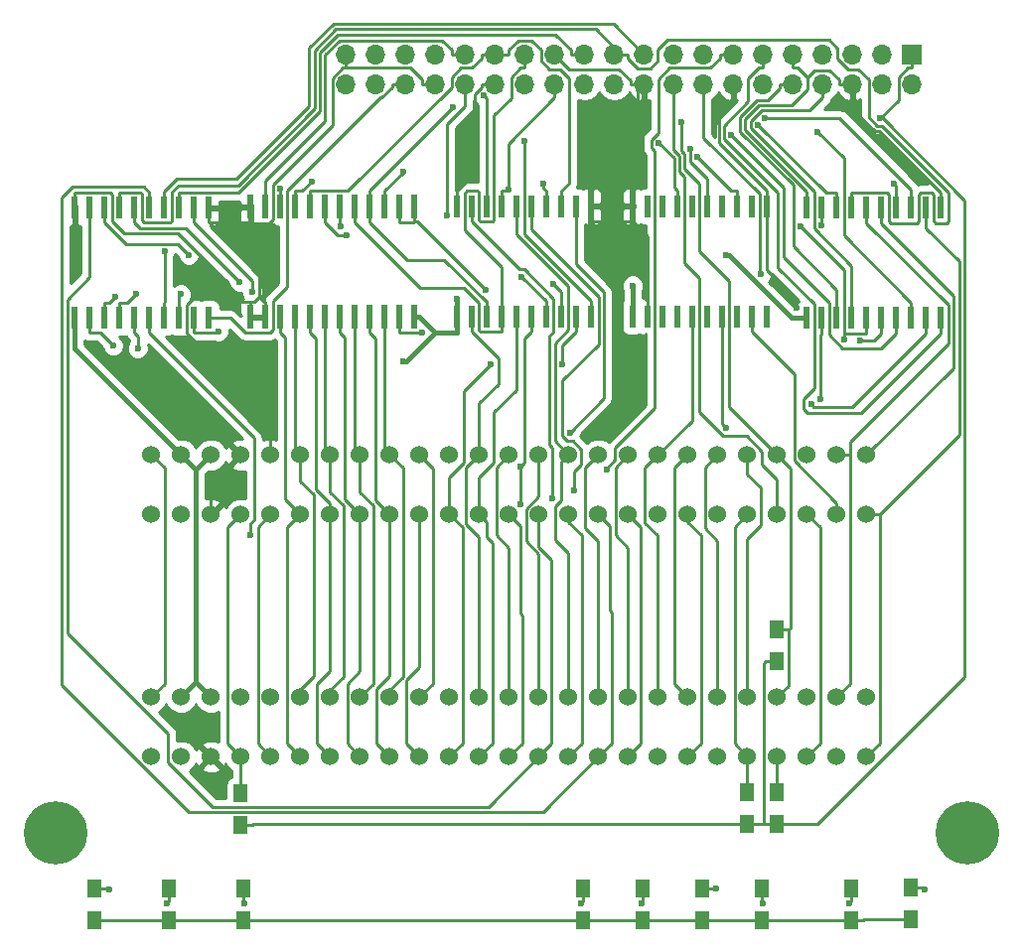
<source format=gbr>
G04 #@! TF.FileFunction,Copper,L2,Bot,Signal*
%FSLAX46Y46*%
G04 Gerber Fmt 4.6, Leading zero omitted, Abs format (unit mm)*
G04 Created by KiCad (PCBNEW 4.0.7) date 06/27/18 09:39:12*
%MOMM*%
%LPD*%
G01*
G04 APERTURE LIST*
%ADD10C,0.100000*%
%ADD11C,5.400000*%
%ADD12C,1.524000*%
%ADD13R,1.300000X1.500000*%
%ADD14R,1.700000X1.700000*%
%ADD15O,1.700000X1.700000*%
%ADD16R,0.600000X1.950000*%
%ADD17R,0.600000X2.000000*%
%ADD18C,0.600000*%
%ADD19C,0.250000*%
%ADD20C,0.400000*%
%ADD21C,0.254000*%
G04 APERTURE END LIST*
D10*
D11*
X210312000Y-122174000D03*
X132588000Y-122174000D03*
D12*
X201676000Y-110561000D03*
X201676000Y-115641000D03*
X199136000Y-110561000D03*
X199136000Y-115641000D03*
X196596000Y-110561000D03*
X196596000Y-115641000D03*
X194056000Y-110561000D03*
X194056000Y-115641000D03*
X191516000Y-110561000D03*
X191516000Y-115641000D03*
X188976000Y-110561000D03*
X188976000Y-115641000D03*
X186436000Y-110561000D03*
X186436000Y-115641000D03*
X183896000Y-110561000D03*
X183896000Y-115641000D03*
X181356000Y-110561000D03*
X181356000Y-115641000D03*
X178816000Y-110561000D03*
X178816000Y-115641000D03*
X176276000Y-110561000D03*
X176276000Y-115641000D03*
X173736000Y-110561000D03*
X173736000Y-115641000D03*
X171196000Y-110561000D03*
X171196000Y-115641000D03*
X168656000Y-110561000D03*
X168656000Y-115641000D03*
X166116000Y-110561000D03*
X166116000Y-115641000D03*
X163576000Y-110561000D03*
X163576000Y-115641000D03*
X161036000Y-110561000D03*
X161036000Y-115641000D03*
X158496000Y-110561000D03*
X158496000Y-115641000D03*
X155956000Y-110561000D03*
X155956000Y-115641000D03*
X153416000Y-110561000D03*
X153416000Y-115641000D03*
X150876000Y-110561000D03*
X150876000Y-115641000D03*
X148336000Y-110561000D03*
X148336000Y-115641000D03*
X145796000Y-110561000D03*
X145796000Y-115641000D03*
X143256000Y-110561000D03*
X143256000Y-115641000D03*
X140716000Y-110561000D03*
X140716000Y-115641000D03*
X201676000Y-89916000D03*
X201676000Y-94996000D03*
X199136000Y-89916000D03*
X199136000Y-94996000D03*
X196596000Y-89916000D03*
X196596000Y-94996000D03*
X194056000Y-89916000D03*
X194056000Y-94996000D03*
X191516000Y-89916000D03*
X191516000Y-94996000D03*
X188976000Y-89916000D03*
X188976000Y-94996000D03*
X186436000Y-89916000D03*
X186436000Y-94996000D03*
X183896000Y-89916000D03*
X183896000Y-94996000D03*
X181356000Y-89916000D03*
X181356000Y-94996000D03*
X178816000Y-89916000D03*
X178816000Y-94996000D03*
X176276000Y-89916000D03*
X176276000Y-94996000D03*
X173736000Y-89916000D03*
X173736000Y-94996000D03*
X171196000Y-89916000D03*
X171196000Y-94996000D03*
X168656000Y-89916000D03*
X168656000Y-94996000D03*
X166116000Y-89916000D03*
X166116000Y-94996000D03*
X163576000Y-89916000D03*
X163576000Y-94996000D03*
X161036000Y-89916000D03*
X161036000Y-94996000D03*
X158496000Y-89916000D03*
X158496000Y-94996000D03*
X155956000Y-89916000D03*
X155956000Y-94996000D03*
X153416000Y-89916000D03*
X153416000Y-94996000D03*
X150876000Y-89916000D03*
X150876000Y-94996000D03*
X148336000Y-89916000D03*
X148336000Y-94996000D03*
X145796000Y-89916000D03*
X145796000Y-94996000D03*
X143256000Y-89916000D03*
X143256000Y-94996000D03*
X140716000Y-89916000D03*
X140716000Y-94996000D03*
D13*
X205486000Y-129540000D03*
X205486000Y-126840000D03*
X200406000Y-129620000D03*
X200406000Y-126920000D03*
X192786000Y-129620000D03*
X192786000Y-126920000D03*
X187706000Y-129620000D03*
X187706000Y-126920000D03*
X182626000Y-129620000D03*
X182626000Y-126920000D03*
X177546000Y-129620000D03*
X177546000Y-126920000D03*
X148590000Y-129620000D03*
X148590000Y-126920000D03*
X142240000Y-129620000D03*
X142240000Y-126920000D03*
X135890000Y-129620000D03*
X135890000Y-126920000D03*
D14*
X205572000Y-55727600D03*
D15*
X205572000Y-58267600D03*
X203032000Y-55727600D03*
X203032000Y-58267600D03*
X200492000Y-55727600D03*
X200492000Y-58267600D03*
X197952000Y-55727600D03*
X197952000Y-58267600D03*
X195412000Y-55727600D03*
X195412000Y-58267600D03*
X192872000Y-55727600D03*
X192872000Y-58267600D03*
X190332000Y-55727600D03*
X190332000Y-58267600D03*
X187792000Y-55727600D03*
X187792000Y-58267600D03*
X185252000Y-55727600D03*
X185252000Y-58267600D03*
X182712000Y-55727600D03*
X182712000Y-58267600D03*
X180172000Y-55727600D03*
X180172000Y-58267600D03*
X177632000Y-55727600D03*
X177632000Y-58267600D03*
X175092000Y-55727600D03*
X175092000Y-58267600D03*
X172552000Y-55727600D03*
X172552000Y-58267600D03*
X170012000Y-55727600D03*
X170012000Y-58267600D03*
X167472000Y-55727600D03*
X167472000Y-58267600D03*
X164932000Y-55727600D03*
X164932000Y-58267600D03*
X162392000Y-55727600D03*
X162392000Y-58267600D03*
X159852000Y-55727600D03*
X159852000Y-58267600D03*
X157312000Y-55727600D03*
X157312000Y-58267600D03*
D13*
X148336000Y-118792000D03*
X148336000Y-121492000D03*
X194056000Y-118665000D03*
X194056000Y-121365000D03*
X194056000Y-104822000D03*
X194056000Y-107522000D03*
X191516000Y-118665000D03*
X191516000Y-121365000D03*
D16*
X134188000Y-68807600D03*
X135458000Y-68807600D03*
X136728000Y-68807600D03*
X137998000Y-68807600D03*
X139268000Y-68807600D03*
X140538000Y-68807600D03*
X141808000Y-68807600D03*
X143078000Y-68807600D03*
X144348000Y-68807600D03*
X145618000Y-68807600D03*
X145618000Y-78207600D03*
X144348000Y-78207600D03*
X143078000Y-78207600D03*
X141808000Y-78207600D03*
X140538000Y-78207600D03*
X139268000Y-78207600D03*
X137998000Y-78207600D03*
X136728000Y-78207600D03*
X135458000Y-78207600D03*
X134188000Y-78207600D03*
X166751000Y-68705000D03*
X168021000Y-68705000D03*
X169291000Y-68705000D03*
X170561000Y-68705000D03*
X171831000Y-68705000D03*
X173101000Y-68705000D03*
X174371000Y-68705000D03*
X175641000Y-68705000D03*
X176911000Y-68705000D03*
X178181000Y-68705000D03*
X178181000Y-78105000D03*
X176911000Y-78105000D03*
X175641000Y-78105000D03*
X174371000Y-78105000D03*
X173101000Y-78105000D03*
X171831000Y-78105000D03*
X170561000Y-78105000D03*
X169291000Y-78105000D03*
X168021000Y-78105000D03*
X166751000Y-78105000D03*
X181737000Y-68705000D03*
X183007000Y-68705000D03*
X184277000Y-68705000D03*
X185547000Y-68705000D03*
X186817000Y-68705000D03*
X188087000Y-68705000D03*
X189357000Y-68705000D03*
X190627000Y-68705000D03*
X191897000Y-68705000D03*
X193167000Y-68705000D03*
X193167000Y-78105000D03*
X191897000Y-78105000D03*
X190627000Y-78105000D03*
X189357000Y-78105000D03*
X188087000Y-78105000D03*
X186817000Y-78105000D03*
X185547000Y-78105000D03*
X184277000Y-78105000D03*
X183007000Y-78105000D03*
X181737000Y-78105000D03*
X196596000Y-68832000D03*
X197866000Y-68832000D03*
X199136000Y-68832000D03*
X200406000Y-68832000D03*
X201676000Y-68832000D03*
X202946000Y-68832000D03*
X204216000Y-68832000D03*
X205486000Y-68832000D03*
X206756000Y-68832000D03*
X208026000Y-68832000D03*
X208026000Y-78232000D03*
X206756000Y-78232000D03*
X205486000Y-78232000D03*
X204216000Y-78232000D03*
X202946000Y-78232000D03*
X201676000Y-78232000D03*
X200406000Y-78232000D03*
X199136000Y-78232000D03*
X197866000Y-78232000D03*
X196596000Y-78232000D03*
D17*
X163119000Y-78131400D03*
X161849000Y-78131400D03*
X160579000Y-78131400D03*
X159309000Y-78131400D03*
X158039000Y-78131400D03*
X156769000Y-78131400D03*
X155499000Y-78131400D03*
X154229000Y-78131400D03*
X152959000Y-78131400D03*
X151689000Y-78131400D03*
X150419000Y-78131400D03*
X149149000Y-78131400D03*
X149149000Y-68731400D03*
X150419000Y-68731400D03*
X151689000Y-68731400D03*
X152959000Y-68731400D03*
X154229000Y-68731400D03*
X155499000Y-68731400D03*
X156769000Y-68731400D03*
X158039000Y-68731400D03*
X159309000Y-68731400D03*
X160579000Y-68731400D03*
X161849000Y-68731400D03*
X163119000Y-68731400D03*
D18*
X195696900Y-77330000D03*
X181737000Y-75451900D03*
X166751000Y-76601600D03*
X162197200Y-81894500D03*
X189736800Y-72879700D03*
X156870600Y-70408400D03*
X172232400Y-74688700D03*
X174150100Y-66794700D03*
X154370600Y-66625700D03*
X169076400Y-59271500D03*
X151689000Y-67208700D03*
X171126200Y-67283100D03*
X166421000Y-60294100D03*
X174950000Y-75281300D03*
X157382000Y-71152700D03*
X197866000Y-70334200D03*
X199761400Y-80036300D03*
X196041800Y-70401000D03*
X197711300Y-85177200D03*
X201088300Y-80184500D03*
X163825600Y-79481100D03*
X196941600Y-85610000D03*
X148206600Y-75131100D03*
X137451900Y-80595100D03*
X149296800Y-75968600D03*
X174852800Y-93572900D03*
X146437900Y-79398600D03*
X139550600Y-80818800D03*
X149116700Y-96739600D03*
X172141100Y-90912800D03*
X172141100Y-94085700D03*
X175722600Y-82147900D03*
X169665700Y-82147900D03*
X176384100Y-88008500D03*
X176728800Y-92897300D03*
X189682100Y-87603000D03*
X169180200Y-75872100D03*
X202840600Y-61210900D03*
X192417700Y-61735400D03*
X143893600Y-72840100D03*
X203997600Y-66785100D03*
X192983800Y-61169500D03*
X137598500Y-76420400D03*
X197522100Y-62368500D03*
X165913400Y-69456400D03*
X143221900Y-76207100D03*
X141825700Y-72534500D03*
X190154800Y-62625700D03*
X139386900Y-76134800D03*
X206660300Y-127000000D03*
X200223700Y-128177600D03*
X192822600Y-128187500D03*
X188891000Y-126920000D03*
X182546000Y-128184100D03*
X177333200Y-128176100D03*
X148666400Y-128191100D03*
X142040000Y-128185100D03*
X137094200Y-127005000D03*
X162149100Y-65718900D03*
X179540500Y-91197600D03*
X192662600Y-74511000D03*
X185915600Y-61541300D03*
X183951400Y-63285900D03*
X186623700Y-63769400D03*
X172475600Y-63100200D03*
X187248600Y-64518000D03*
D19*
X200492000Y-58267600D02*
X200492000Y-59442900D01*
X193167000Y-68705000D02*
X193167000Y-70005300D01*
X190332000Y-58267600D02*
X190332000Y-59442900D01*
X193167000Y-68705000D02*
X193167000Y-67404700D01*
X166751000Y-68705000D02*
X166751000Y-67404700D01*
X170012000Y-58267600D02*
X168836700Y-58267600D01*
X208026000Y-68832000D02*
X208026000Y-67531700D01*
X178181000Y-68705000D02*
X178181000Y-70005300D01*
X178181000Y-70005300D02*
X181737000Y-70005300D01*
X183007000Y-71275300D02*
X181737000Y-70005300D01*
X183007000Y-78105000D02*
X183007000Y-71275300D01*
X181737000Y-70005300D02*
X181737000Y-68705000D01*
X181536700Y-57954100D02*
X181536700Y-58267600D01*
X180580200Y-56997600D02*
X181536700Y-57954100D01*
X176362000Y-56997600D02*
X180580200Y-56997600D01*
X175092000Y-55727600D02*
X176362000Y-56997600D01*
X182712000Y-58267600D02*
X182124400Y-58267600D01*
X182124400Y-58267600D02*
X181536700Y-58267600D01*
X182124400Y-67017300D02*
X181737000Y-67404700D01*
X182124400Y-58267600D02*
X182124400Y-67017300D01*
X181737000Y-68705000D02*
X181737000Y-67404700D01*
X195412000Y-55727600D02*
X195412000Y-56902900D01*
X196596000Y-68832000D02*
X196596000Y-67531700D01*
X200492000Y-58267600D02*
X199316700Y-58267600D01*
X199316700Y-57900200D02*
X199316700Y-58267600D01*
X198508800Y-57092300D02*
X199316700Y-57900200D01*
X197241700Y-57092300D02*
X198508800Y-57092300D01*
X196605200Y-57728800D02*
X197241700Y-57092300D01*
X195779300Y-56902900D02*
X196605200Y-57728800D01*
X195412000Y-56902900D02*
X195779300Y-56902900D01*
X202780800Y-62286500D02*
X208026000Y-67531700D01*
X202395000Y-62286500D02*
X202780800Y-62286500D01*
X200492000Y-60383500D02*
X202395000Y-62286500D01*
X200492000Y-59442900D02*
X200492000Y-60383500D01*
X168836700Y-58597000D02*
X168836700Y-58267600D01*
X168268800Y-59164900D02*
X168836700Y-58597000D01*
X168268800Y-65886900D02*
X168268800Y-59164900D01*
X166751000Y-67404700D02*
X168268800Y-65886900D01*
X145796000Y-92456000D02*
X145796000Y-94996000D01*
X148336000Y-89916000D02*
X145796000Y-92456000D01*
X164932000Y-58267600D02*
X163756700Y-58267600D01*
X193167000Y-74131000D02*
X193167000Y-70005300D01*
X195696900Y-76660900D02*
X193167000Y-74131000D01*
X195696900Y-77330000D02*
X195696900Y-76660900D01*
X196605200Y-58746100D02*
X196605200Y-57728800D01*
X195257400Y-60093900D02*
X196605200Y-58746100D01*
X192536700Y-60093900D02*
X195257400Y-60093900D01*
X191340800Y-61289800D02*
X192536700Y-60093900D01*
X191340700Y-61289800D02*
X191340800Y-61289800D01*
X191340700Y-62179800D02*
X191340700Y-61289800D01*
X196596000Y-67435100D02*
X191340700Y-62179800D01*
X196596000Y-67531700D02*
X196596000Y-67435100D01*
X134188000Y-68807600D02*
X134188000Y-67507300D01*
X149149000Y-78131400D02*
X149149000Y-76806100D01*
X149149000Y-68731400D02*
X149149000Y-70056700D01*
X145618000Y-68807600D02*
X145618000Y-70107900D01*
X149097800Y-70107900D02*
X145618000Y-70107900D01*
X149149000Y-70056700D02*
X149097800Y-70107900D01*
X157312000Y-55727600D02*
X157312000Y-56892300D01*
X157312000Y-56892300D02*
X157312000Y-56892400D01*
X157322500Y-56902900D02*
X157312000Y-56892400D01*
X162759300Y-56902900D02*
X157322500Y-56902900D01*
X163756700Y-57900300D02*
X162759300Y-56902900D01*
X163756700Y-58267600D02*
X163756700Y-57900300D01*
X150419000Y-78131400D02*
X150419000Y-76806100D01*
X189079200Y-63316900D02*
X193167000Y-67404700D01*
X189079200Y-60695700D02*
X189079200Y-63316900D01*
X190332000Y-59442900D02*
X189079200Y-60695700D01*
X148323800Y-76806100D02*
X146151400Y-74633700D01*
X149149000Y-76806100D02*
X148323800Y-76806100D01*
X150876000Y-86737300D02*
X150876000Y-89916000D01*
X143722600Y-79583900D02*
X150876000Y-86737300D01*
X143722600Y-77062500D02*
X143722600Y-79583900D01*
X146151400Y-74633700D02*
X143722600Y-77062500D01*
X146151400Y-74213500D02*
X146151400Y-74633700D01*
X142946600Y-71008700D02*
X146151400Y-74213500D01*
X138423900Y-71008700D02*
X142946600Y-71008700D01*
X137365000Y-69949800D02*
X138423900Y-71008700D01*
X137365000Y-67665800D02*
X137365000Y-69949800D01*
X137206500Y-67507300D02*
X137365000Y-67665800D01*
X134188000Y-67507300D02*
X137206500Y-67507300D01*
X150330800Y-76806100D02*
X150419000Y-76806100D01*
X149922100Y-76397400D02*
X150330800Y-76806100D01*
X149513400Y-76806100D02*
X149922100Y-76397400D01*
X149149000Y-76806100D02*
X149513400Y-76806100D01*
X149922100Y-76397400D02*
X149922100Y-70192100D01*
X150726500Y-70192100D02*
X149922100Y-70192100D01*
X151063600Y-69855000D02*
X150726500Y-70192100D01*
X151063600Y-66847600D02*
X151063600Y-69855000D01*
X156136600Y-61774600D02*
X151063600Y-66847600D01*
X156136600Y-57780400D02*
X156136600Y-61774600D01*
X157024700Y-56892300D02*
X156136600Y-57780400D01*
X157312000Y-56892300D02*
X157024700Y-56892300D01*
X149284400Y-70192100D02*
X149149000Y-70056700D01*
X149922100Y-70192100D02*
X149284400Y-70192100D01*
D20*
X134188000Y-80848000D02*
X143256000Y-89916000D01*
X134188000Y-78207600D02*
X134188000Y-80848000D01*
X166751000Y-78105000D02*
X166751000Y-76729700D01*
X166751000Y-76729700D02*
X166751000Y-76601600D01*
X181737000Y-78105000D02*
X181737000Y-75451900D01*
X166751000Y-78105000D02*
X166751000Y-79480300D01*
X189941900Y-72879700D02*
X189736800Y-72879700D01*
X195294200Y-78232000D02*
X189941900Y-72879700D01*
X196596000Y-78232000D02*
X195294200Y-78232000D01*
X144526000Y-91186000D02*
X145796000Y-89916000D01*
X143256000Y-89916000D02*
X144526000Y-91186000D01*
X143256000Y-110561000D02*
X144526000Y-109291000D01*
X144526000Y-91186000D02*
X144526000Y-109291000D01*
X144526000Y-109291000D02*
X145796000Y-110561000D01*
X162423900Y-81894500D02*
X162197200Y-81894500D01*
X164858000Y-79460400D02*
X162423900Y-81894500D01*
X164877800Y-79480300D02*
X164858000Y-79460400D01*
X166751000Y-79480300D02*
X164877800Y-79480300D01*
X163528900Y-78131400D02*
X163119000Y-78131400D01*
X164858000Y-79460400D02*
X163528900Y-78131400D01*
D19*
X156769000Y-68731400D02*
X156769000Y-70056700D01*
X174348400Y-76804700D02*
X174371000Y-76804700D01*
X172232400Y-74688700D02*
X174348400Y-76804700D01*
X174371000Y-78105000D02*
X174371000Y-76804700D01*
X156769000Y-70306800D02*
X156870600Y-70408400D01*
X156769000Y-70056700D02*
X156769000Y-70306800D01*
X174371000Y-68705000D02*
X174371000Y-67404700D01*
X174150100Y-67183800D02*
X174150100Y-66794700D01*
X174371000Y-67404700D02*
X174150100Y-67183800D01*
X153590200Y-67406100D02*
X154370600Y-66625700D01*
X152959000Y-67406100D02*
X153590200Y-67406100D01*
X152959000Y-68731400D02*
X152959000Y-67406100D01*
X167472000Y-55727600D02*
X166296700Y-55727600D01*
X169291000Y-59486100D02*
X169291000Y-68705000D01*
X169076400Y-59271500D02*
X169291000Y-59486100D01*
X150419000Y-66538800D02*
X150419000Y-68731400D01*
X155533900Y-61423900D02*
X150419000Y-66538800D01*
X155533900Y-55771300D02*
X155533900Y-61423900D01*
X156752900Y-54552300D02*
X155533900Y-55771300D01*
X165488800Y-54552300D02*
X156752900Y-54552300D01*
X166296700Y-55360200D02*
X165488800Y-54552300D01*
X166296700Y-55727600D02*
X166296700Y-55360200D01*
X175092000Y-58267600D02*
X175092000Y-59442900D01*
X171004600Y-67404700D02*
X170561000Y-67404700D01*
X171126200Y-67283100D02*
X171004600Y-67404700D01*
X171126200Y-63408700D02*
X171126200Y-67283100D01*
X175092000Y-59442900D02*
X171126200Y-63408700D01*
X170561000Y-68705000D02*
X170561000Y-67404700D01*
X151689000Y-68731400D02*
X151689000Y-67208700D01*
X172184600Y-56902900D02*
X172552000Y-56902900D01*
X171376700Y-57710800D02*
X172184600Y-56902900D01*
X171376700Y-59498500D02*
X171376700Y-57710800D01*
X169916300Y-60958900D02*
X171376700Y-59498500D01*
X169916300Y-69864400D02*
X169916300Y-60958900D01*
X169775300Y-70005400D02*
X169916300Y-69864400D01*
X168787100Y-70005400D02*
X169775300Y-70005400D01*
X168658000Y-69876300D02*
X168787100Y-70005400D01*
X168658000Y-67528800D02*
X168658000Y-69876300D01*
X168533800Y-67404600D02*
X168658000Y-67528800D01*
X167579600Y-67404600D02*
X168533800Y-67404600D01*
X167395600Y-67588600D02*
X167579600Y-67404600D01*
X167395600Y-70761100D02*
X167395600Y-67588600D01*
X170561000Y-73926500D02*
X167395600Y-70761100D01*
X170561000Y-78105000D02*
X170561000Y-73926500D01*
X172552000Y-55727600D02*
X172552000Y-56902900D01*
X168787000Y-79405300D02*
X170561000Y-79405300D01*
X168658000Y-79276300D02*
X168787000Y-79405300D01*
X168658000Y-76943600D02*
X168658000Y-79276300D01*
X167342400Y-75628000D02*
X168658000Y-76943600D01*
X163610300Y-75628000D02*
X167342400Y-75628000D01*
X158039000Y-70056700D02*
X163610300Y-75628000D01*
X158039000Y-68731400D02*
X158039000Y-70056700D01*
X170561000Y-78105000D02*
X170561000Y-79405300D01*
X159309000Y-68731400D02*
X159309000Y-70056700D01*
X169291000Y-78105000D02*
X169291000Y-76804700D01*
X159309000Y-68731400D02*
X159309000Y-67406100D01*
X162517400Y-73265100D02*
X159309000Y-70056700D01*
X165688900Y-73265100D02*
X162517400Y-73265100D01*
X169228500Y-76804700D02*
X165688900Y-73265100D01*
X169291000Y-76804700D02*
X169228500Y-76804700D01*
X166421000Y-60294100D02*
X159309000Y-67406100D01*
X175641000Y-75972300D02*
X174950000Y-75281300D01*
X175641000Y-78105000D02*
X175641000Y-75972300D01*
X155499000Y-68731400D02*
X155499000Y-70056700D01*
X156595000Y-71152700D02*
X157382000Y-71152700D01*
X155499000Y-70056700D02*
X156595000Y-71152700D01*
X170012000Y-55727600D02*
X171187300Y-55727600D01*
X175641000Y-68705000D02*
X175641000Y-67404700D01*
X176296400Y-66749300D02*
X175641000Y-67404700D01*
X176296400Y-57762600D02*
X176296400Y-66749300D01*
X175531400Y-56997600D02*
X176296400Y-57762600D01*
X174661000Y-56997600D02*
X175531400Y-56997600D01*
X173916600Y-56253200D02*
X174661000Y-56997600D01*
X173916600Y-55348900D02*
X173916600Y-56253200D01*
X173115300Y-54547600D02*
X173916600Y-55348900D01*
X172000000Y-54547600D02*
X173115300Y-54547600D01*
X171187300Y-55360300D02*
X172000000Y-54547600D01*
X171187300Y-55727600D02*
X171187300Y-55360300D01*
X168836700Y-56095000D02*
X168836700Y-55727600D01*
X168028800Y-56902900D02*
X168836700Y-56095000D01*
X167135700Y-56902900D02*
X168028800Y-56902900D01*
X166296600Y-57742000D02*
X167135700Y-56902900D01*
X166296600Y-58577000D02*
X166296600Y-57742000D01*
X157467500Y-67406100D02*
X166296600Y-58577000D01*
X154229000Y-67406100D02*
X157467500Y-67406100D01*
X154229000Y-68731400D02*
X154229000Y-67406100D01*
X170012000Y-55727600D02*
X168836700Y-55727600D01*
X202946000Y-68832000D02*
X202946000Y-70132300D01*
X209113500Y-76299800D02*
X202946000Y-70132300D01*
X209113500Y-82478500D02*
X209113500Y-76299800D01*
X201676000Y-89916000D02*
X209113500Y-82478500D01*
X202796400Y-114520600D02*
X201676000Y-115641000D01*
X202796400Y-94996000D02*
X202796400Y-114520600D01*
X202796400Y-94996000D02*
X201676000Y-94996000D01*
X206756000Y-70557600D02*
X206756000Y-68832000D01*
X209606800Y-73408400D02*
X206756000Y-70557600D01*
X209606800Y-88185600D02*
X209606800Y-73408400D01*
X202796400Y-94996000D02*
X209606800Y-88185600D01*
X201676000Y-68832000D02*
X201676000Y-70132300D01*
X200247200Y-109449800D02*
X199136000Y-110561000D01*
X200247200Y-89916000D02*
X200247200Y-109449800D01*
X200247200Y-88804800D02*
X200247200Y-89916000D01*
X208663100Y-80388900D02*
X200247200Y-88804800D01*
X208663100Y-77119400D02*
X208663100Y-80388900D01*
X201676000Y-70132300D02*
X208663100Y-77119400D01*
X200247200Y-89916000D02*
X199136000Y-89916000D01*
X197866000Y-68832000D02*
X197866000Y-70132300D01*
X197866000Y-70132300D02*
X197866000Y-70334200D01*
X197707200Y-114529800D02*
X196596000Y-115641000D01*
X197707200Y-96107200D02*
X197707200Y-114529800D01*
X196596000Y-94996000D02*
X197707200Y-96107200D01*
X194056000Y-118665000D02*
X194056000Y-115641000D01*
X185252000Y-58267600D02*
X185252000Y-59442900D01*
X194056000Y-91967200D02*
X194056000Y-94996000D01*
X192786000Y-90697200D02*
X194056000Y-91967200D01*
X192786000Y-89616000D02*
X192786000Y-90697200D01*
X191436600Y-88266600D02*
X192786000Y-89616000D01*
X189459400Y-88266600D02*
X191436600Y-88266600D01*
X187442400Y-86249600D02*
X189459400Y-88266600D01*
X187442400Y-74846000D02*
X187442400Y-86249600D01*
X186172300Y-73575900D02*
X187442400Y-74846000D01*
X186172300Y-66189900D02*
X186172300Y-73575900D01*
X185722000Y-65739600D02*
X186172300Y-66189900D01*
X185722000Y-64389100D02*
X185722000Y-65739600D01*
X185252000Y-63919100D02*
X185722000Y-64389100D01*
X185252000Y-59442900D02*
X185252000Y-63919100D01*
X191516000Y-97065100D02*
X191516000Y-110561000D01*
X192641800Y-95939300D02*
X191516000Y-97065100D01*
X192641800Y-92667300D02*
X192641800Y-95939300D01*
X191516000Y-91541500D02*
X192641800Y-92667300D01*
X191516000Y-89916000D02*
X191516000Y-91541500D01*
X190424900Y-96087100D02*
X191516000Y-94996000D01*
X190424900Y-114549900D02*
X190424900Y-96087100D01*
X191516000Y-115641000D02*
X190424900Y-114549900D01*
X191516000Y-118665000D02*
X191516000Y-115641000D01*
X201676000Y-78232000D02*
X201676000Y-79532300D01*
X187884900Y-91007100D02*
X188976000Y-89916000D01*
X187884900Y-96126600D02*
X187884900Y-91007100D01*
X188976000Y-97217700D02*
X187884900Y-96126600D01*
X188976000Y-110561000D02*
X188976000Y-97217700D01*
X201676000Y-79532300D02*
X199761400Y-79532300D01*
X199761400Y-74120600D02*
X199761400Y-79532300D01*
X196041800Y-70401000D02*
X199761400Y-74120600D01*
X199761400Y-79532300D02*
X199761400Y-80036300D01*
X197866000Y-78232000D02*
X197866000Y-79532300D01*
X197711300Y-79687000D02*
X197711300Y-85177200D01*
X197866000Y-79532300D02*
X197711300Y-79687000D01*
X185334800Y-109459800D02*
X186436000Y-110561000D01*
X185334800Y-91017200D02*
X185334800Y-109459800D01*
X186436000Y-89916000D02*
X185334800Y-91017200D01*
X202946000Y-78232000D02*
X202946000Y-79532300D01*
X202293800Y-80184500D02*
X201088300Y-80184500D01*
X202946000Y-79532300D02*
X202293800Y-80184500D01*
X161849000Y-78131400D02*
X161849000Y-79456700D01*
X163801200Y-79456700D02*
X163825600Y-79481100D01*
X161849000Y-79456700D02*
X163801200Y-79456700D01*
X187547200Y-114529800D02*
X186436000Y-115641000D01*
X187547200Y-96744000D02*
X187547200Y-114529800D01*
X186436000Y-95632800D02*
X187547200Y-96744000D01*
X186436000Y-94996000D02*
X186436000Y-95632800D01*
X206756000Y-78232000D02*
X206756000Y-79532300D01*
X197155200Y-85823600D02*
X196941600Y-85610000D01*
X200464700Y-85823600D02*
X197155200Y-85823600D01*
X206756000Y-79532300D02*
X200464700Y-85823600D01*
X182799400Y-91012600D02*
X183896000Y-89916000D01*
X182799400Y-95689700D02*
X182799400Y-91012600D01*
X183896000Y-96786300D02*
X182799400Y-95689700D01*
X183896000Y-110561000D02*
X183896000Y-96786300D01*
X186817000Y-86995000D02*
X183896000Y-89916000D01*
X186817000Y-79405300D02*
X186817000Y-86995000D01*
X186817000Y-78105000D02*
X186817000Y-79405300D01*
X181356000Y-97854500D02*
X181356000Y-110561000D01*
X180264900Y-96763400D02*
X181356000Y-97854500D01*
X180264900Y-91007100D02*
X180264900Y-96763400D01*
X181356000Y-89916000D02*
X180264900Y-91007100D01*
X139268000Y-68807600D02*
X139268000Y-70107900D01*
X143633700Y-70558200D02*
X148206600Y-75131100D01*
X139718300Y-70558200D02*
X143633700Y-70558200D01*
X139268000Y-70107900D02*
X139718300Y-70558200D01*
X182450900Y-96090900D02*
X181356000Y-94996000D01*
X182450900Y-114546100D02*
X182450900Y-96090900D01*
X181356000Y-115641000D02*
X182450900Y-114546100D01*
X135458000Y-78207600D02*
X135458000Y-79507900D01*
X136364700Y-79507900D02*
X137451900Y-80595100D01*
X135458000Y-79507900D02*
X136364700Y-79507900D01*
X178816000Y-97217700D02*
X178816000Y-110561000D01*
X177719900Y-96121600D02*
X178816000Y-97217700D01*
X177719900Y-91012100D02*
X177719900Y-96121600D01*
X178816000Y-89916000D02*
X177719900Y-91012100D01*
X149296800Y-75056700D02*
X149296800Y-75968600D01*
X144348000Y-70107900D02*
X149296800Y-75056700D01*
X144348000Y-68807600D02*
X144348000Y-70107900D01*
X179927200Y-114529800D02*
X178816000Y-115641000D01*
X179927200Y-103373100D02*
X179927200Y-114529800D01*
X179768500Y-103214400D02*
X179927200Y-103373100D01*
X179768500Y-95948500D02*
X179768500Y-103214400D01*
X178816000Y-94996000D02*
X179768500Y-95948500D01*
X174083100Y-120373900D02*
X178816000Y-115641000D01*
X143884800Y-120373900D02*
X174083100Y-120373900D01*
X133058500Y-109547600D02*
X143884800Y-120373900D01*
X133058500Y-67944200D02*
X133058500Y-109547600D01*
X133978900Y-67023800D02*
X133058500Y-67944200D01*
X140054500Y-67023800D02*
X133978900Y-67023800D01*
X140538000Y-67507300D02*
X140054500Y-67023800D01*
X140538000Y-68807600D02*
X140538000Y-67507300D01*
X171831000Y-71091600D02*
X171831000Y-68705000D01*
X176266400Y-75527000D02*
X171831000Y-71091600D01*
X176266400Y-79217200D02*
X176266400Y-75527000D01*
X175097100Y-80386500D02*
X176266400Y-79217200D01*
X175097100Y-88737100D02*
X175097100Y-80386500D01*
X176276000Y-89916000D02*
X175097100Y-88737100D01*
X175631500Y-90560500D02*
X176276000Y-89916000D01*
X175631500Y-93813600D02*
X175631500Y-90560500D01*
X175159300Y-94285800D02*
X175631500Y-93813600D01*
X175159300Y-97188300D02*
X175159300Y-94285800D01*
X176276000Y-98305000D02*
X175159300Y-97188300D01*
X176276000Y-110561000D02*
X176276000Y-98305000D01*
X176276000Y-95632800D02*
X176276000Y-94996000D01*
X177382200Y-96739000D02*
X176276000Y-95632800D01*
X177382200Y-114534800D02*
X177382200Y-96739000D01*
X176276000Y-115641000D02*
X177382200Y-114534800D01*
X168021000Y-68705000D02*
X168021000Y-70005300D01*
X174852800Y-89312300D02*
X174852800Y-93572900D01*
X174591100Y-89050600D02*
X174852800Y-89312300D01*
X174591100Y-79810700D02*
X174591100Y-89050600D01*
X174996400Y-79405400D02*
X174591100Y-79810700D01*
X174996400Y-76568300D02*
X174996400Y-79405400D01*
X172491500Y-74063400D02*
X174996400Y-76568300D01*
X172079100Y-74063400D02*
X172491500Y-74063400D01*
X168021000Y-70005300D02*
X172079100Y-74063400D01*
X173736000Y-98359400D02*
X173736000Y-110561000D01*
X172645000Y-97268400D02*
X173736000Y-98359400D01*
X172645000Y-94507800D02*
X172645000Y-97268400D01*
X173736000Y-93416800D02*
X172645000Y-94507800D01*
X173736000Y-89916000D02*
X173736000Y-93416800D01*
X146328600Y-79507900D02*
X146437900Y-79398600D01*
X144348000Y-79507900D02*
X146328600Y-79507900D01*
X144348000Y-78207600D02*
X144348000Y-79507900D01*
X169453500Y-119923500D02*
X173736000Y-115641000D01*
X145949000Y-119923500D02*
X169453500Y-119923500D01*
X142138000Y-116112500D02*
X145949000Y-119923500D01*
X142138000Y-113711600D02*
X142138000Y-116112500D01*
X133527300Y-105100900D02*
X142138000Y-113711600D01*
X133527300Y-76641400D02*
X133527300Y-105100900D01*
X135458000Y-74710700D02*
X133527300Y-76641400D01*
X135458000Y-68807600D02*
X135458000Y-74710700D01*
X173736000Y-97722500D02*
X173736000Y-94996000D01*
X174839200Y-98825700D02*
X173736000Y-97722500D01*
X174839200Y-114537800D02*
X174839200Y-98825700D01*
X173736000Y-115641000D02*
X174839200Y-114537800D01*
X171196000Y-97854500D02*
X171196000Y-110561000D01*
X170104900Y-96763400D02*
X171196000Y-97854500D01*
X170104900Y-91007100D02*
X170104900Y-96763400D01*
X171196000Y-89916000D02*
X170104900Y-91007100D01*
X139550600Y-79790500D02*
X139550600Y-80818800D01*
X139268000Y-79507900D02*
X139550600Y-79790500D01*
X139268000Y-78207600D02*
X139268000Y-79507900D01*
X140538000Y-78207600D02*
X140538000Y-79507900D01*
X149116700Y-95779600D02*
X149116700Y-96739600D01*
X149472100Y-95424200D02*
X149116700Y-95779600D01*
X149472100Y-88442000D02*
X149472100Y-95424200D01*
X140538000Y-79507900D02*
X149472100Y-88442000D01*
X172307200Y-114529800D02*
X171196000Y-115641000D01*
X172307200Y-103625600D02*
X172307200Y-114529800D01*
X172148500Y-103466900D02*
X172307200Y-103625600D01*
X172148500Y-95948500D02*
X172148500Y-103466900D01*
X171196000Y-94996000D02*
X172148500Y-95948500D01*
X167556800Y-91015200D02*
X168656000Y-89916000D01*
X167556800Y-95799900D02*
X167556800Y-91015200D01*
X168656000Y-96899100D02*
X167556800Y-95799900D01*
X168656000Y-110561000D02*
X168656000Y-96899100D01*
X168021000Y-78105000D02*
X168021000Y-79405300D01*
X168656000Y-85511200D02*
X168656000Y-89916000D01*
X170291200Y-83876000D02*
X168656000Y-85511200D01*
X170291200Y-81675500D02*
X170291200Y-83876000D01*
X168021000Y-79405300D02*
X170291200Y-81675500D01*
X169767200Y-114529800D02*
X168656000Y-115641000D01*
X169767200Y-97380800D02*
X169767200Y-114529800D01*
X169316900Y-96930500D02*
X169767200Y-97380800D01*
X169316900Y-95656900D02*
X169316900Y-96930500D01*
X168656000Y-94996000D02*
X169316900Y-95656900D01*
X168656000Y-91810900D02*
X168656000Y-94996000D01*
X169926000Y-90540900D02*
X168656000Y-91810900D01*
X169926000Y-86262900D02*
X169926000Y-90540900D01*
X171831000Y-84357900D02*
X169926000Y-86262900D01*
X171831000Y-78105000D02*
X171831000Y-84357900D01*
X173101000Y-78105000D02*
X173101000Y-79405300D01*
X172512800Y-90541100D02*
X172141100Y-90912800D01*
X172512800Y-79993500D02*
X172512800Y-90541100D01*
X173101000Y-79405300D02*
X172512800Y-79993500D01*
X172141100Y-90912800D02*
X172141100Y-94085700D01*
X167227200Y-114529800D02*
X166116000Y-115641000D01*
X167227200Y-96107200D02*
X167227200Y-114529800D01*
X166116000Y-94996000D02*
X167227200Y-96107200D01*
X176911000Y-78105000D02*
X176911000Y-79405300D01*
X175722600Y-80593700D02*
X176911000Y-79405300D01*
X175722600Y-82147900D02*
X175722600Y-80593700D01*
X167386000Y-84427600D02*
X169665700Y-82147900D01*
X167386000Y-90537900D02*
X167386000Y-84427600D01*
X166116000Y-91807900D02*
X167386000Y-90537900D01*
X166116000Y-94996000D02*
X166116000Y-91807900D01*
X164691300Y-109445700D02*
X163576000Y-110561000D01*
X164691300Y-91031300D02*
X164691300Y-109445700D01*
X163576000Y-89916000D02*
X164691300Y-91031300D01*
X176911000Y-73647200D02*
X176911000Y-68705000D01*
X179294000Y-76030200D02*
X176911000Y-73647200D01*
X179294000Y-85098600D02*
X179294000Y-76030200D01*
X176384100Y-88008500D02*
X179294000Y-85098600D01*
X176728800Y-91356200D02*
X176728800Y-92897300D01*
X177371800Y-90713200D02*
X176728800Y-91356200D01*
X177371800Y-89470500D02*
X177371800Y-90713200D01*
X176632500Y-88731200D02*
X177371800Y-89470500D01*
X176193900Y-88731200D02*
X176632500Y-88731200D01*
X175758700Y-88296000D02*
X176193900Y-88731200D01*
X175758700Y-83542200D02*
X175758700Y-88296000D01*
X178843700Y-80457200D02*
X175758700Y-83542200D01*
X178843700Y-76441700D02*
X178843700Y-80457200D01*
X173101000Y-70699000D02*
X178843700Y-76441700D01*
X173101000Y-68705000D02*
X173101000Y-70699000D01*
X162464700Y-114529700D02*
X163576000Y-115641000D01*
X162464700Y-109132300D02*
X162464700Y-114529700D01*
X163576000Y-108021000D02*
X162464700Y-109132300D01*
X163576000Y-94996000D02*
X163576000Y-108021000D01*
X160579000Y-78131400D02*
X160579000Y-79456700D01*
X160579000Y-89459000D02*
X161036000Y-89916000D01*
X160579000Y-79456700D02*
X160579000Y-89459000D01*
X161036000Y-109924100D02*
X161036000Y-110561000D01*
X162147200Y-108812900D02*
X161036000Y-109924100D01*
X162147200Y-91027200D02*
X162147200Y-108812900D01*
X161036000Y-89916000D02*
X162147200Y-91027200D01*
X161036000Y-108743100D02*
X161036000Y-94996000D01*
X159917700Y-109861400D02*
X161036000Y-108743100D01*
X159917700Y-114522700D02*
X159917700Y-109861400D01*
X161036000Y-115641000D02*
X159917700Y-114522700D01*
X159309000Y-78131400D02*
X159309000Y-79456700D01*
X159816700Y-93776700D02*
X161036000Y-94996000D01*
X159816700Y-79964400D02*
X159816700Y-93776700D01*
X159309000Y-79456700D02*
X159816700Y-79964400D01*
X158039000Y-89459000D02*
X158496000Y-89916000D01*
X158039000Y-78131400D02*
X158039000Y-89459000D01*
X159607200Y-109449800D02*
X158496000Y-110561000D01*
X159607200Y-94204100D02*
X159607200Y-109449800D01*
X158496000Y-93092900D02*
X159607200Y-94204100D01*
X158496000Y-89916000D02*
X158496000Y-93092900D01*
X156769000Y-78131400D02*
X156769000Y-79456700D01*
X157226000Y-93726000D02*
X158496000Y-94996000D01*
X157226000Y-79913700D02*
X157226000Y-93726000D01*
X156769000Y-79456700D02*
X157226000Y-79913700D01*
X158496000Y-108339300D02*
X158496000Y-94996000D01*
X157404900Y-109430400D02*
X158496000Y-108339300D01*
X157404900Y-114549900D02*
X157404900Y-109430400D01*
X158496000Y-115641000D02*
X157404900Y-114549900D01*
X155499000Y-89459000D02*
X155956000Y-89916000D01*
X155499000Y-78131400D02*
X155499000Y-89459000D01*
X155956000Y-109924100D02*
X155956000Y-110561000D01*
X157067200Y-108812900D02*
X155956000Y-109924100D01*
X157067200Y-94204100D02*
X157067200Y-108812900D01*
X155956000Y-93092900D02*
X157067200Y-94204100D01*
X155956000Y-89916000D02*
X155956000Y-93092900D01*
X154229000Y-78131400D02*
X154229000Y-79456700D01*
X155956000Y-108339300D02*
X155956000Y-94996000D01*
X154847400Y-109447900D02*
X155956000Y-108339300D01*
X154847400Y-114532400D02*
X154847400Y-109447900D01*
X155956000Y-115641000D02*
X154847400Y-114532400D01*
X154769400Y-79997100D02*
X154229000Y-79456700D01*
X154769400Y-92880500D02*
X154769400Y-79997100D01*
X155956000Y-94067100D02*
X154769400Y-92880500D01*
X155956000Y-94996000D02*
X155956000Y-94067100D01*
X152959000Y-89459000D02*
X153416000Y-89916000D01*
X152959000Y-78131400D02*
X152959000Y-89459000D01*
X153416000Y-92164000D02*
X153416000Y-89916000D01*
X154533300Y-93281300D02*
X153416000Y-92164000D01*
X154533300Y-108806800D02*
X154533300Y-93281300D01*
X153416000Y-109924100D02*
X154533300Y-108806800D01*
X153416000Y-110561000D02*
X153416000Y-109924100D01*
X152313300Y-114538300D02*
X153416000Y-115641000D01*
X152313300Y-96098700D02*
X152313300Y-114538300D01*
X153416000Y-94996000D02*
X152313300Y-96098700D01*
X151689000Y-78131400D02*
X151689000Y-79456700D01*
X152146000Y-79913700D02*
X151689000Y-79456700D01*
X152146000Y-93726000D02*
X152146000Y-79913700D01*
X153416000Y-94996000D02*
X152146000Y-93726000D01*
X149788500Y-96083500D02*
X150876000Y-94996000D01*
X149788500Y-114553500D02*
X149788500Y-96083500D01*
X150876000Y-115641000D02*
X149788500Y-114553500D01*
X189357000Y-78105000D02*
X189357000Y-79405300D01*
X189357000Y-87277900D02*
X189357000Y-79405300D01*
X189682100Y-87603000D02*
X189357000Y-87277900D01*
X141827200Y-109449800D02*
X140716000Y-110561000D01*
X141827200Y-91027200D02*
X141827200Y-109449800D01*
X140716000Y-89916000D02*
X141827200Y-91027200D01*
X191897000Y-78105000D02*
X191897000Y-79405300D01*
X199136000Y-93993700D02*
X199136000Y-94996000D01*
X195508700Y-90366400D02*
X199136000Y-93993700D01*
X195508700Y-83017000D02*
X195508700Y-90366400D01*
X191897000Y-79405300D02*
X195508700Y-83017000D01*
X194056000Y-121365000D02*
X193080700Y-121365000D01*
X194056000Y-107522000D02*
X193080700Y-107522000D01*
X192948100Y-107654600D02*
X193080700Y-107522000D01*
X192948100Y-121365000D02*
X192948100Y-107654600D01*
X192948100Y-121365000D02*
X193080700Y-121365000D01*
X192948100Y-121365000D02*
X191516000Y-121365000D01*
X149438300Y-121365000D02*
X149311300Y-121492000D01*
X191516000Y-121365000D02*
X149438300Y-121365000D01*
X148336000Y-121492000D02*
X149311300Y-121492000D01*
X205572000Y-55727600D02*
X205572000Y-56902900D01*
X205204600Y-56902900D02*
X205572000Y-56902900D01*
X204396700Y-57710800D02*
X205204600Y-56902900D01*
X204396700Y-59654800D02*
X204396700Y-57710800D01*
X202840600Y-61210900D02*
X204396700Y-59654800D01*
X161849000Y-68731400D02*
X161849000Y-70056700D01*
X163339100Y-70031000D02*
X169180200Y-75872100D01*
X163119000Y-70031000D02*
X163339100Y-70031000D01*
X163119000Y-68731400D02*
X163119000Y-70031000D01*
X163093300Y-70056700D02*
X163119000Y-70031000D01*
X161849000Y-70056700D02*
X163093300Y-70056700D01*
X203044800Y-61210900D02*
X202840600Y-61210900D01*
X210058600Y-68224700D02*
X203044800Y-61210900D01*
X210058600Y-108837200D02*
X210058600Y-68224700D01*
X197530800Y-121365000D02*
X210058600Y-108837200D01*
X194056000Y-121365000D02*
X197530800Y-121365000D01*
X199136000Y-68832000D02*
X199136000Y-67531700D01*
X198214000Y-67531700D02*
X192417700Y-61735400D01*
X199136000Y-67531700D02*
X198214000Y-67531700D01*
X136728000Y-68807600D02*
X136728000Y-70107900D01*
X142962600Y-71909100D02*
X143893600Y-72840100D01*
X138529200Y-71909100D02*
X142962600Y-71909100D01*
X136728000Y-70107900D02*
X138529200Y-71909100D01*
X204216000Y-67003500D02*
X203997600Y-66785100D01*
X204216000Y-68832000D02*
X204216000Y-67003500D01*
X141808000Y-68807600D02*
X141808000Y-67507300D01*
X141808000Y-67427700D02*
X141808000Y-67507300D01*
X142862500Y-66373200D02*
X141808000Y-67427700D01*
X148000000Y-66373200D02*
X142862500Y-66373200D01*
X154182800Y-60190400D02*
X148000000Y-66373200D01*
X154182800Y-55211700D02*
X154182800Y-60190400D01*
X156242200Y-53152300D02*
X154182800Y-55211700D01*
X180136700Y-53152300D02*
X156242200Y-53152300D01*
X182712000Y-55727600D02*
X180136700Y-53152300D01*
X205486000Y-68832000D02*
X205486000Y-67531700D01*
X177632000Y-55727600D02*
X176456700Y-55727600D01*
X143078000Y-68807600D02*
X143078000Y-67507300D01*
X199385300Y-61169500D02*
X192983800Y-61169500D01*
X205486000Y-67270200D02*
X199385300Y-61169500D01*
X205486000Y-67531700D02*
X205486000Y-67270200D01*
X176456700Y-55360300D02*
X176456700Y-55727600D01*
X175176900Y-54080500D02*
X176456700Y-55360300D01*
X156587800Y-54080500D02*
X175176900Y-54080500D01*
X155083500Y-55584800D02*
X156587800Y-54080500D01*
X155083500Y-60580900D02*
X155083500Y-55584800D01*
X148157100Y-67507300D02*
X155083500Y-60580900D01*
X143078000Y-67507300D02*
X148157100Y-67507300D01*
X195412000Y-58267600D02*
X194236700Y-58267600D01*
X136728000Y-78207600D02*
X136728000Y-76907300D01*
X137111600Y-76907300D02*
X137598500Y-76420400D01*
X136728000Y-76907300D02*
X137111600Y-76907300D01*
X194236700Y-58647900D02*
X194236700Y-58267600D01*
X193241000Y-59643600D02*
X194236700Y-58647900D01*
X192350100Y-59643600D02*
X193241000Y-59643600D01*
X191784200Y-60209500D02*
X192350100Y-59643600D01*
X191784100Y-60209500D02*
X191784200Y-60209500D01*
X190890400Y-61103200D02*
X191784100Y-60209500D01*
X190890400Y-62366400D02*
X190890400Y-61103200D01*
X195416500Y-66892500D02*
X190890400Y-62366400D01*
X195416500Y-72108500D02*
X195416500Y-66892500D01*
X199136000Y-75828000D02*
X195416500Y-72108500D01*
X199136000Y-78232000D02*
X199136000Y-75828000D01*
X205486000Y-78232000D02*
X205486000Y-76931700D01*
X199761300Y-64607700D02*
X197522100Y-62368500D01*
X199761300Y-71207000D02*
X199761300Y-64607700D01*
X205486000Y-76931700D02*
X199761300Y-71207000D01*
X167472000Y-60135900D02*
X167472000Y-59442900D01*
X165913400Y-61694500D02*
X167472000Y-60135900D01*
X165913400Y-69456400D02*
X165913400Y-61694500D01*
X167472000Y-58267600D02*
X167472000Y-59442900D01*
X143078000Y-76351000D02*
X143221900Y-76207100D01*
X143078000Y-78207600D02*
X143078000Y-76351000D01*
X200406000Y-68832000D02*
X200406000Y-67531700D01*
X203399300Y-67531700D02*
X200406000Y-67531700D01*
X203571400Y-67703800D02*
X203399300Y-67531700D01*
X203571400Y-69981900D02*
X203571400Y-67703800D01*
X203722000Y-70132500D02*
X203571400Y-69981900D01*
X205979300Y-70132500D02*
X203722000Y-70132500D01*
X206111400Y-70000400D02*
X205979300Y-70132500D01*
X206111400Y-67733400D02*
X206111400Y-70000400D01*
X206313200Y-67531600D02*
X206111400Y-67733400D01*
X207247900Y-67531600D02*
X206313200Y-67531600D01*
X207381400Y-67665100D02*
X207247900Y-67531600D01*
X207381400Y-69930600D02*
X207381400Y-67665100D01*
X207583200Y-70132400D02*
X207381400Y-69930600D01*
X208517900Y-70132400D02*
X207583200Y-70132400D01*
X208674400Y-69975900D02*
X208517900Y-70132400D01*
X208674400Y-67520500D02*
X208674400Y-69975900D01*
X202990100Y-61836200D02*
X208674400Y-67520500D01*
X202581600Y-61836200D02*
X202990100Y-61836200D01*
X201856600Y-61111200D02*
X202581600Y-61836200D01*
X201856600Y-57908000D02*
X201856600Y-61111200D01*
X200946200Y-56997600D02*
X201856600Y-57908000D01*
X200084000Y-56997600D02*
X200946200Y-56997600D01*
X199222000Y-56135600D02*
X200084000Y-56997600D01*
X199222000Y-55244900D02*
X199222000Y-56135600D01*
X198493300Y-54516200D02*
X199222000Y-55244900D01*
X184693300Y-54516200D02*
X198493300Y-54516200D01*
X183887400Y-55322100D02*
X184693300Y-54516200D01*
X183887400Y-56276600D02*
X183887400Y-55322100D01*
X183234100Y-56929900D02*
X183887400Y-56276600D01*
X182182200Y-56929900D02*
X183234100Y-56929900D01*
X181347300Y-56095000D02*
X182182200Y-56929900D01*
X181347300Y-55727600D02*
X181347300Y-56095000D01*
X180172000Y-55727600D02*
X180759700Y-55727600D01*
X180759700Y-55727600D02*
X181347300Y-55727600D01*
X139772000Y-67507300D02*
X137998000Y-67507300D01*
X139901000Y-67636300D02*
X139772000Y-67507300D01*
X139901000Y-69905700D02*
X139901000Y-67636300D01*
X140103200Y-70107900D02*
X139901000Y-69905700D01*
X142298900Y-70107900D02*
X140103200Y-70107900D01*
X142443000Y-69963800D02*
X142298900Y-70107900D01*
X142443000Y-67483300D02*
X142443000Y-69963800D01*
X143007600Y-66918700D02*
X142443000Y-67483300D01*
X148091400Y-66918700D02*
X143007600Y-66918700D01*
X154633100Y-60377000D02*
X148091400Y-66918700D01*
X154633100Y-55398300D02*
X154633100Y-60377000D01*
X156428800Y-53602600D02*
X154633100Y-55398300D01*
X178634700Y-53602600D02*
X156428800Y-53602600D01*
X180759700Y-55727600D02*
X178634700Y-53602600D01*
X137998000Y-68807600D02*
X137998000Y-67507300D01*
X204216000Y-78232000D02*
X204216000Y-79532300D01*
X141808000Y-78207600D02*
X141808000Y-76907300D01*
X141825700Y-76889600D02*
X141825700Y-72534500D01*
X141808000Y-76907300D02*
X141825700Y-76889600D01*
X194607400Y-67078300D02*
X190154800Y-62625700D01*
X194607400Y-73028400D02*
X194607400Y-67078300D01*
X198510600Y-76931600D02*
X194607400Y-73028400D01*
X198510600Y-79679200D02*
X198510600Y-76931600D01*
X199643600Y-80812200D02*
X198510600Y-79679200D01*
X202936100Y-80812200D02*
X199643600Y-80812200D01*
X204216000Y-79532300D02*
X202936100Y-80812200D01*
X197952000Y-58267600D02*
X197952000Y-59442900D01*
X196850700Y-60544200D02*
X197952000Y-59442900D01*
X192723300Y-60544200D02*
X196850700Y-60544200D01*
X191791000Y-61476500D02*
X192723300Y-60544200D01*
X191791000Y-61993100D02*
X191791000Y-61476500D01*
X197221500Y-67423600D02*
X191791000Y-61993100D01*
X197221500Y-70617700D02*
X197221500Y-67423600D01*
X200406000Y-73802200D02*
X197221500Y-70617700D01*
X200406000Y-78232000D02*
X200406000Y-73802200D01*
X138614400Y-76907300D02*
X137998000Y-76907300D01*
X139386900Y-76134800D02*
X138614400Y-76907300D01*
X137998000Y-78207600D02*
X137998000Y-76907300D01*
X206500300Y-126840000D02*
X206660300Y-127000000D01*
X205486000Y-126840000D02*
X206500300Y-126840000D01*
X200406000Y-126920000D02*
X200406000Y-127995300D01*
X200406000Y-127995300D02*
X200223700Y-128177600D01*
X192822600Y-128031900D02*
X192822600Y-128187500D01*
X192786000Y-127995300D02*
X192822600Y-128031900D01*
X192786000Y-126920000D02*
X192786000Y-127995300D01*
X187706000Y-126920000D02*
X188891000Y-126920000D01*
X182626000Y-126920000D02*
X182626000Y-127995300D01*
X182546000Y-128075300D02*
X182546000Y-128184100D01*
X182626000Y-127995300D02*
X182546000Y-128075300D01*
X177514000Y-127995300D02*
X177333200Y-128176100D01*
X177546000Y-127995300D02*
X177514000Y-127995300D01*
X177546000Y-126920000D02*
X177546000Y-127995300D01*
X148666400Y-128071700D02*
X148666400Y-128191100D01*
X148590000Y-127995300D02*
X148666400Y-128071700D01*
X148590000Y-126920000D02*
X148590000Y-127995300D01*
X142229800Y-127995300D02*
X142040000Y-128185100D01*
X142240000Y-127995300D02*
X142229800Y-127995300D01*
X142240000Y-126920000D02*
X142240000Y-127995300D01*
X137009200Y-126920000D02*
X137094200Y-127005000D01*
X135890000Y-126920000D02*
X137009200Y-126920000D01*
X208026000Y-78232000D02*
X208026000Y-79532300D01*
X192872000Y-55727600D02*
X192872000Y-56902900D01*
X201240300Y-86318000D02*
X208026000Y-79532300D01*
X196677600Y-86318000D02*
X201240300Y-86318000D01*
X196311100Y-85951500D02*
X196677600Y-86318000D01*
X196311100Y-85154700D02*
X196311100Y-85951500D01*
X197221400Y-84244400D02*
X196311100Y-85154700D01*
X197221400Y-77028100D02*
X197221400Y-84244400D01*
X194134000Y-73940700D02*
X197221400Y-77028100D01*
X194134000Y-67545000D02*
X194134000Y-73940700D01*
X189529500Y-62940500D02*
X194134000Y-67545000D01*
X189529500Y-61827200D02*
X189529500Y-62940500D01*
X191597500Y-59759200D02*
X189529500Y-61827200D01*
X191597600Y-59759200D02*
X191597500Y-59759200D01*
X191597600Y-57809900D02*
X191597600Y-59759200D01*
X192504600Y-56902900D02*
X191597600Y-57809900D01*
X192872000Y-56902900D02*
X192504600Y-56902900D01*
X160579000Y-68731400D02*
X160579000Y-67406100D01*
X162149100Y-65836000D02*
X162149100Y-65718900D01*
X160579000Y-67406100D02*
X162149100Y-65836000D01*
X148336000Y-118792000D02*
X148336000Y-117716700D01*
X148336000Y-115641000D02*
X148336000Y-117716700D01*
X190332000Y-55727600D02*
X189156700Y-55727600D01*
X147224700Y-114529700D02*
X148336000Y-115641000D01*
X147224700Y-96107300D02*
X147224700Y-114529700D01*
X148336000Y-94996000D02*
X147224700Y-96107300D01*
X179540500Y-91052100D02*
X179540500Y-91197600D01*
X180245300Y-90347300D02*
X179540500Y-91052100D01*
X180245300Y-89321700D02*
X180245300Y-90347300D01*
X183632400Y-85934600D02*
X180245300Y-89321700D01*
X183632400Y-64007700D02*
X183632400Y-85934600D01*
X183326100Y-63701400D02*
X183632400Y-64007700D01*
X183326100Y-63026900D02*
X183326100Y-63701400D01*
X183914800Y-62438200D02*
X183326100Y-63026900D01*
X183914800Y-57897300D02*
X183914800Y-62438200D01*
X184909200Y-56902900D02*
X183914800Y-57897300D01*
X188348800Y-56902900D02*
X184909200Y-56902900D01*
X189156700Y-56095000D02*
X188348800Y-56902900D01*
X189156700Y-55727600D02*
X189156700Y-56095000D01*
X187792000Y-62851700D02*
X187792000Y-58267600D01*
X192541600Y-67601300D02*
X187792000Y-62851700D01*
X192541600Y-74390000D02*
X192541600Y-67601300D01*
X192662600Y-74511000D02*
X192541600Y-74390000D01*
X195031300Y-109585700D02*
X194056000Y-110561000D01*
X195031300Y-104822000D02*
X195031300Y-109585700D01*
X194056000Y-104822000D02*
X195031300Y-104822000D01*
X195170900Y-104682400D02*
X195031300Y-104822000D01*
X195170900Y-91030900D02*
X195170900Y-104682400D01*
X194056000Y-89916000D02*
X195170900Y-91030900D01*
X185915700Y-61541300D02*
X185915600Y-61541300D01*
X185915700Y-63945900D02*
X185915700Y-61541300D01*
X186172300Y-64202500D02*
X185915700Y-63945900D01*
X186172300Y-65460000D02*
X186172300Y-64202500D01*
X187442400Y-66730100D02*
X186172300Y-65460000D01*
X187442400Y-72564800D02*
X187442400Y-66730100D01*
X189982400Y-75104800D02*
X187442400Y-72564800D01*
X189982400Y-85842400D02*
X189982400Y-75104800D01*
X194056000Y-89916000D02*
X189982400Y-85842400D01*
X185271700Y-67129400D02*
X185547000Y-67404700D01*
X185271700Y-64606200D02*
X185271700Y-67129400D01*
X183951400Y-63285900D02*
X185271700Y-64606200D01*
X185547000Y-68705000D02*
X185547000Y-67404700D01*
X186623200Y-63769900D02*
X186623700Y-63769400D01*
X186623200Y-64918100D02*
X186623200Y-63769900D01*
X188087000Y-66381900D02*
X186623200Y-64918100D01*
X188087000Y-68705000D02*
X188087000Y-66381900D01*
X162392000Y-58267600D02*
X161216700Y-58267600D01*
X161216700Y-58576700D02*
X161216700Y-58267600D01*
X160350500Y-59442900D02*
X161216700Y-58576700D01*
X160226600Y-59442900D02*
X160350500Y-59442900D01*
X152314300Y-67355200D02*
X160226600Y-59442900D01*
X152314300Y-75547700D02*
X152314300Y-67355200D01*
X151063600Y-76798400D02*
X152314300Y-75547700D01*
X151063600Y-79247100D02*
X151063600Y-76798400D01*
X150853900Y-79456800D02*
X151063600Y-79247100D01*
X148692300Y-79456800D02*
X150853900Y-79456800D01*
X147443100Y-78207600D02*
X148692300Y-79456800D01*
X145618000Y-78207600D02*
X147443100Y-78207600D01*
X172475600Y-71099200D02*
X172475600Y-63100200D01*
X178181000Y-76804600D02*
X172475600Y-71099200D01*
X178181000Y-78105000D02*
X178181000Y-76804600D01*
X142240000Y-129620000D02*
X148590000Y-129620000D01*
X148590000Y-129620000D02*
X177546000Y-129620000D01*
X187706000Y-129620000D02*
X192786000Y-129620000D01*
X135890000Y-129620000D02*
X142240000Y-129620000D01*
X177546000Y-129620000D02*
X182626000Y-129620000D01*
X182626000Y-129620000D02*
X187706000Y-129620000D01*
X192786000Y-129620000D02*
X200406000Y-129620000D01*
X201461300Y-129540000D02*
X205486000Y-129540000D01*
X201381300Y-129620000D02*
X201461300Y-129540000D01*
X200406000Y-129620000D02*
X201381300Y-129620000D01*
X190135300Y-67404700D02*
X187248600Y-64518000D01*
X190627000Y-67404700D02*
X190135300Y-67404700D01*
X190627000Y-68705000D02*
X190627000Y-67404700D01*
D21*
G36*
X144610990Y-111351303D02*
X145003630Y-111744629D01*
X145516900Y-111957757D01*
X146072661Y-111958242D01*
X146464700Y-111796255D01*
X146464700Y-114396326D01*
X146003698Y-114231856D01*
X145448632Y-114259638D01*
X145064857Y-114418603D01*
X144995392Y-114660787D01*
X145796000Y-115461395D01*
X145810143Y-115447253D01*
X145989748Y-115626858D01*
X145975605Y-115641000D01*
X146776213Y-116441608D01*
X147018397Y-116372143D01*
X147068509Y-116231682D01*
X147150990Y-116431303D01*
X147543630Y-116824629D01*
X147576000Y-116838070D01*
X147576000Y-117415258D01*
X147450683Y-117438838D01*
X147234559Y-117577910D01*
X147089569Y-117790110D01*
X147038560Y-118042000D01*
X147038560Y-119163500D01*
X146263802Y-119163500D01*
X143961395Y-116861093D01*
X144046303Y-116826010D01*
X144251457Y-116621213D01*
X144995392Y-116621213D01*
X145064857Y-116863397D01*
X145588302Y-117050144D01*
X146143368Y-117022362D01*
X146527143Y-116863397D01*
X146596608Y-116621213D01*
X145796000Y-115820605D01*
X144995392Y-116621213D01*
X144251457Y-116621213D01*
X144439629Y-116433370D01*
X144519395Y-116241273D01*
X144573603Y-116372143D01*
X144815787Y-116441608D01*
X145616395Y-115641000D01*
X144815787Y-114840392D01*
X144573603Y-114909857D01*
X144523491Y-115050318D01*
X144441010Y-114850697D01*
X144048370Y-114457371D01*
X143535100Y-114244243D01*
X142979339Y-114243758D01*
X142898000Y-114277367D01*
X142898000Y-113711600D01*
X142840148Y-113420761D01*
X142675401Y-113174199D01*
X141322965Y-111821763D01*
X141506303Y-111746010D01*
X141899629Y-111353370D01*
X141985949Y-111145488D01*
X142070990Y-111351303D01*
X142463630Y-111744629D01*
X142976900Y-111957757D01*
X143532661Y-111958242D01*
X144046303Y-111746010D01*
X144439629Y-111353370D01*
X144525949Y-111145488D01*
X144610990Y-111351303D01*
X144610990Y-111351303D01*
G37*
X144610990Y-111351303D02*
X145003630Y-111744629D01*
X145516900Y-111957757D01*
X146072661Y-111958242D01*
X146464700Y-111796255D01*
X146464700Y-114396326D01*
X146003698Y-114231856D01*
X145448632Y-114259638D01*
X145064857Y-114418603D01*
X144995392Y-114660787D01*
X145796000Y-115461395D01*
X145810143Y-115447253D01*
X145989748Y-115626858D01*
X145975605Y-115641000D01*
X146776213Y-116441608D01*
X147018397Y-116372143D01*
X147068509Y-116231682D01*
X147150990Y-116431303D01*
X147543630Y-116824629D01*
X147576000Y-116838070D01*
X147576000Y-117415258D01*
X147450683Y-117438838D01*
X147234559Y-117577910D01*
X147089569Y-117790110D01*
X147038560Y-118042000D01*
X147038560Y-119163500D01*
X146263802Y-119163500D01*
X143961395Y-116861093D01*
X144046303Y-116826010D01*
X144251457Y-116621213D01*
X144995392Y-116621213D01*
X145064857Y-116863397D01*
X145588302Y-117050144D01*
X146143368Y-117022362D01*
X146527143Y-116863397D01*
X146596608Y-116621213D01*
X145796000Y-115820605D01*
X144995392Y-116621213D01*
X144251457Y-116621213D01*
X144439629Y-116433370D01*
X144519395Y-116241273D01*
X144573603Y-116372143D01*
X144815787Y-116441608D01*
X145616395Y-115641000D01*
X144815787Y-114840392D01*
X144573603Y-114909857D01*
X144523491Y-115050318D01*
X144441010Y-114850697D01*
X144048370Y-114457371D01*
X143535100Y-114244243D01*
X142979339Y-114243758D01*
X142898000Y-114277367D01*
X142898000Y-113711600D01*
X142840148Y-113420761D01*
X142675401Y-113174199D01*
X141322965Y-111821763D01*
X141506303Y-111746010D01*
X141899629Y-111353370D01*
X141985949Y-111145488D01*
X142070990Y-111351303D01*
X142463630Y-111744629D01*
X142976900Y-111957757D01*
X143532661Y-111958242D01*
X144046303Y-111746010D01*
X144439629Y-111353370D01*
X144525949Y-111145488D01*
X144610990Y-111351303D01*
G36*
X151069748Y-110546858D02*
X151055605Y-110561000D01*
X151069748Y-110575143D01*
X150890143Y-110754748D01*
X150876000Y-110740605D01*
X150861858Y-110754748D01*
X150682253Y-110575143D01*
X150696395Y-110561000D01*
X150682253Y-110546858D01*
X150861858Y-110367253D01*
X150876000Y-110381395D01*
X150890143Y-110367253D01*
X151069748Y-110546858D01*
X151069748Y-110546858D01*
G37*
X151069748Y-110546858D02*
X151055605Y-110561000D01*
X151069748Y-110575143D01*
X150890143Y-110754748D01*
X150876000Y-110740605D01*
X150861858Y-110754748D01*
X150682253Y-110575143D01*
X150696395Y-110561000D01*
X150682253Y-110546858D01*
X150861858Y-110367253D01*
X150876000Y-110381395D01*
X150890143Y-110367253D01*
X151069748Y-110546858D01*
G36*
X148529748Y-110546858D02*
X148515605Y-110561000D01*
X148529748Y-110575143D01*
X148350143Y-110754748D01*
X148336000Y-110740605D01*
X148321858Y-110754748D01*
X148142253Y-110575143D01*
X148156395Y-110561000D01*
X148142253Y-110546858D01*
X148321858Y-110367253D01*
X148336000Y-110381395D01*
X148350143Y-110367253D01*
X148529748Y-110546858D01*
X148529748Y-110546858D01*
G37*
X148529748Y-110546858D02*
X148515605Y-110561000D01*
X148529748Y-110575143D01*
X148350143Y-110754748D01*
X148336000Y-110740605D01*
X148321858Y-110754748D01*
X148142253Y-110575143D01*
X148156395Y-110561000D01*
X148142253Y-110546858D01*
X148321858Y-110367253D01*
X148336000Y-110381395D01*
X148350143Y-110367253D01*
X148529748Y-110546858D01*
G36*
X138565852Y-79798739D02*
X138730599Y-80045301D01*
X138790600Y-80105302D01*
X138790600Y-80256337D01*
X138758408Y-80288473D01*
X138615762Y-80632001D01*
X138615438Y-81003967D01*
X138757483Y-81347743D01*
X139020273Y-81610992D01*
X139363801Y-81753638D01*
X139735767Y-81753962D01*
X140079543Y-81611917D01*
X140342792Y-81349127D01*
X140485438Y-81005599D01*
X140485762Y-80633633D01*
X140413118Y-80457820D01*
X148466041Y-88510743D01*
X147988632Y-88534638D01*
X147604857Y-88693603D01*
X147535392Y-88935787D01*
X148336000Y-89736395D01*
X148350143Y-89722253D01*
X148529748Y-89901858D01*
X148515605Y-89916000D01*
X148529748Y-89930143D01*
X148350143Y-90109748D01*
X148336000Y-90095605D01*
X147535392Y-90896213D01*
X147604857Y-91138397D01*
X148128302Y-91325144D01*
X148683368Y-91297362D01*
X148712100Y-91285461D01*
X148712100Y-93639521D01*
X148615100Y-93599243D01*
X148059339Y-93598758D01*
X147545697Y-93810990D01*
X147152371Y-94203630D01*
X147072605Y-94395727D01*
X147018397Y-94264857D01*
X146776213Y-94195392D01*
X145975605Y-94996000D01*
X145989748Y-95010143D01*
X145810143Y-95189748D01*
X145796000Y-95175605D01*
X145781858Y-95189748D01*
X145602253Y-95010143D01*
X145616395Y-94996000D01*
X145602253Y-94981858D01*
X145781858Y-94802253D01*
X145796000Y-94816395D01*
X146596608Y-94015787D01*
X146527143Y-93773603D01*
X146003698Y-93586856D01*
X145448632Y-93614638D01*
X145361000Y-93650936D01*
X145361000Y-91531868D01*
X145580056Y-91312812D01*
X146072661Y-91313242D01*
X146586303Y-91101010D01*
X146979629Y-90708370D01*
X147059395Y-90516273D01*
X147113603Y-90647143D01*
X147355787Y-90716608D01*
X148156395Y-89916000D01*
X147355787Y-89115392D01*
X147113603Y-89184857D01*
X147063491Y-89325318D01*
X146981010Y-89125697D01*
X146588370Y-88732371D01*
X146075100Y-88519243D01*
X145519339Y-88518758D01*
X145005697Y-88730990D01*
X144612371Y-89123630D01*
X144526051Y-89331512D01*
X144441010Y-89125697D01*
X144048370Y-88732371D01*
X143535100Y-88519243D01*
X143039679Y-88518811D01*
X135023000Y-80502132D01*
X135023000Y-80113723D01*
X135167161Y-80210048D01*
X135458000Y-80267900D01*
X136049898Y-80267900D01*
X136516778Y-80734780D01*
X136516738Y-80780267D01*
X136658783Y-81124043D01*
X136921573Y-81387292D01*
X137265101Y-81529938D01*
X137637067Y-81530262D01*
X137980843Y-81388217D01*
X138244092Y-81125427D01*
X138386738Y-80781899D01*
X138387062Y-80409933D01*
X138245017Y-80066157D01*
X138009312Y-79830040D01*
X138298000Y-79830040D01*
X138533317Y-79785762D01*
X138559872Y-79768674D01*
X138565852Y-79798739D01*
X138565852Y-79798739D01*
G37*
X138565852Y-79798739D02*
X138730599Y-80045301D01*
X138790600Y-80105302D01*
X138790600Y-80256337D01*
X138758408Y-80288473D01*
X138615762Y-80632001D01*
X138615438Y-81003967D01*
X138757483Y-81347743D01*
X139020273Y-81610992D01*
X139363801Y-81753638D01*
X139735767Y-81753962D01*
X140079543Y-81611917D01*
X140342792Y-81349127D01*
X140485438Y-81005599D01*
X140485762Y-80633633D01*
X140413118Y-80457820D01*
X148466041Y-88510743D01*
X147988632Y-88534638D01*
X147604857Y-88693603D01*
X147535392Y-88935787D01*
X148336000Y-89736395D01*
X148350143Y-89722253D01*
X148529748Y-89901858D01*
X148515605Y-89916000D01*
X148529748Y-89930143D01*
X148350143Y-90109748D01*
X148336000Y-90095605D01*
X147535392Y-90896213D01*
X147604857Y-91138397D01*
X148128302Y-91325144D01*
X148683368Y-91297362D01*
X148712100Y-91285461D01*
X148712100Y-93639521D01*
X148615100Y-93599243D01*
X148059339Y-93598758D01*
X147545697Y-93810990D01*
X147152371Y-94203630D01*
X147072605Y-94395727D01*
X147018397Y-94264857D01*
X146776213Y-94195392D01*
X145975605Y-94996000D01*
X145989748Y-95010143D01*
X145810143Y-95189748D01*
X145796000Y-95175605D01*
X145781858Y-95189748D01*
X145602253Y-95010143D01*
X145616395Y-94996000D01*
X145602253Y-94981858D01*
X145781858Y-94802253D01*
X145796000Y-94816395D01*
X146596608Y-94015787D01*
X146527143Y-93773603D01*
X146003698Y-93586856D01*
X145448632Y-93614638D01*
X145361000Y-93650936D01*
X145361000Y-91531868D01*
X145580056Y-91312812D01*
X146072661Y-91313242D01*
X146586303Y-91101010D01*
X146979629Y-90708370D01*
X147059395Y-90516273D01*
X147113603Y-90647143D01*
X147355787Y-90716608D01*
X148156395Y-89916000D01*
X147355787Y-89115392D01*
X147113603Y-89184857D01*
X147063491Y-89325318D01*
X146981010Y-89125697D01*
X146588370Y-88732371D01*
X146075100Y-88519243D01*
X145519339Y-88518758D01*
X145005697Y-88730990D01*
X144612371Y-89123630D01*
X144526051Y-89331512D01*
X144441010Y-89125697D01*
X144048370Y-88732371D01*
X143535100Y-88519243D01*
X143039679Y-88518811D01*
X135023000Y-80502132D01*
X135023000Y-80113723D01*
X135167161Y-80210048D01*
X135458000Y-80267900D01*
X136049898Y-80267900D01*
X136516778Y-80734780D01*
X136516738Y-80780267D01*
X136658783Y-81124043D01*
X136921573Y-81387292D01*
X137265101Y-81529938D01*
X137637067Y-81530262D01*
X137980843Y-81388217D01*
X138244092Y-81125427D01*
X138386738Y-80781899D01*
X138387062Y-80409933D01*
X138245017Y-80066157D01*
X138009312Y-79830040D01*
X138298000Y-79830040D01*
X138533317Y-79785762D01*
X138559872Y-79768674D01*
X138565852Y-79798739D01*
G36*
X151069748Y-89901858D02*
X151055605Y-89916000D01*
X151069748Y-89930143D01*
X150890143Y-90109748D01*
X150876000Y-90095605D01*
X150861858Y-90109748D01*
X150682253Y-89930143D01*
X150696395Y-89916000D01*
X150682253Y-89901858D01*
X150861858Y-89722253D01*
X150876000Y-89736395D01*
X150890143Y-89722253D01*
X151069748Y-89901858D01*
X151069748Y-89901858D01*
G37*
X151069748Y-89901858D02*
X151055605Y-89916000D01*
X151069748Y-89930143D01*
X150890143Y-90109748D01*
X150876000Y-90095605D01*
X150861858Y-90109748D01*
X150682253Y-89930143D01*
X150696395Y-89916000D01*
X150682253Y-89901858D01*
X150861858Y-89722253D01*
X150876000Y-89736395D01*
X150890143Y-89722253D01*
X151069748Y-89901858D01*
G36*
X182839000Y-58140600D02*
X182859000Y-58140600D01*
X182859000Y-58394600D01*
X182839000Y-58394600D01*
X182839000Y-59587755D01*
X183068890Y-59709076D01*
X183154800Y-59673493D01*
X183154800Y-62123398D01*
X182788699Y-62489499D01*
X182623952Y-62736061D01*
X182566100Y-63026900D01*
X182566100Y-63701400D01*
X182623952Y-63992239D01*
X182788699Y-64238801D01*
X182872400Y-64322502D01*
X182872400Y-67082560D01*
X182707000Y-67082560D01*
X182471683Y-67126838D01*
X182381020Y-67185178D01*
X182163310Y-67095000D01*
X182022750Y-67095000D01*
X181864000Y-67253750D01*
X181864000Y-68578000D01*
X181884000Y-68578000D01*
X181884000Y-68832000D01*
X181864000Y-68832000D01*
X181864000Y-70156250D01*
X182022750Y-70315000D01*
X182163310Y-70315000D01*
X182380122Y-70225194D01*
X182455110Y-70276431D01*
X182707000Y-70327440D01*
X182872400Y-70327440D01*
X182872400Y-76646150D01*
X182721250Y-76495000D01*
X182580690Y-76495000D01*
X182572000Y-76498600D01*
X182572000Y-75879134D01*
X182671838Y-75638699D01*
X182672162Y-75266733D01*
X182530117Y-74922957D01*
X182267327Y-74659708D01*
X181923799Y-74517062D01*
X181551833Y-74516738D01*
X181208057Y-74658783D01*
X180944808Y-74921573D01*
X180802162Y-75265101D01*
X180801838Y-75637067D01*
X180902000Y-75879478D01*
X180902000Y-76788203D01*
X180840569Y-76878110D01*
X180789560Y-77130000D01*
X180789560Y-79080000D01*
X180833838Y-79315317D01*
X180972910Y-79531441D01*
X181185110Y-79676431D01*
X181437000Y-79727440D01*
X182037000Y-79727440D01*
X182272317Y-79683162D01*
X182362980Y-79624822D01*
X182580690Y-79715000D01*
X182721250Y-79715000D01*
X182872400Y-79563850D01*
X182872400Y-85619798D01*
X179707899Y-88784299D01*
X179688776Y-88812918D01*
X179608370Y-88732371D01*
X179095100Y-88519243D01*
X178539339Y-88518758D01*
X178025697Y-88730990D01*
X177866255Y-88890153D01*
X177275650Y-88299548D01*
X177318938Y-88195299D01*
X177318979Y-88148423D01*
X179831401Y-85636001D01*
X179996148Y-85389439D01*
X180054000Y-85098600D01*
X180054000Y-76030200D01*
X179996148Y-75739361D01*
X179831401Y-75492799D01*
X177671000Y-73332398D01*
X177671000Y-70280334D01*
X177754690Y-70315000D01*
X177895250Y-70315000D01*
X178054000Y-70156250D01*
X178054000Y-68832000D01*
X178308000Y-68832000D01*
X178308000Y-70156250D01*
X178466750Y-70315000D01*
X178607310Y-70315000D01*
X178840699Y-70218327D01*
X179019327Y-70039698D01*
X179116000Y-69806309D01*
X179116000Y-68990750D01*
X180802000Y-68990750D01*
X180802000Y-69806309D01*
X180898673Y-70039698D01*
X181077301Y-70218327D01*
X181310690Y-70315000D01*
X181451250Y-70315000D01*
X181610000Y-70156250D01*
X181610000Y-68832000D01*
X180960750Y-68832000D01*
X180802000Y-68990750D01*
X179116000Y-68990750D01*
X178957250Y-68832000D01*
X178308000Y-68832000D01*
X178054000Y-68832000D01*
X178034000Y-68832000D01*
X178034000Y-68578000D01*
X178054000Y-68578000D01*
X178054000Y-67253750D01*
X178308000Y-67253750D01*
X178308000Y-68578000D01*
X178957250Y-68578000D01*
X179116000Y-68419250D01*
X179116000Y-67603691D01*
X180802000Y-67603691D01*
X180802000Y-68419250D01*
X180960750Y-68578000D01*
X181610000Y-68578000D01*
X181610000Y-67253750D01*
X181451250Y-67095000D01*
X181310690Y-67095000D01*
X181077301Y-67191673D01*
X180898673Y-67370302D01*
X180802000Y-67603691D01*
X179116000Y-67603691D01*
X179019327Y-67370302D01*
X178840699Y-67191673D01*
X178607310Y-67095000D01*
X178466750Y-67095000D01*
X178308000Y-67253750D01*
X178054000Y-67253750D01*
X177895250Y-67095000D01*
X177754690Y-67095000D01*
X177537878Y-67184806D01*
X177462890Y-67133569D01*
X177211000Y-67082560D01*
X176970203Y-67082560D01*
X176998548Y-67040139D01*
X177056400Y-66749300D01*
X177056400Y-59663766D01*
X177063715Y-59668654D01*
X177632000Y-59781693D01*
X178200285Y-59668654D01*
X178682054Y-59346747D01*
X178902000Y-59017574D01*
X179121946Y-59346747D01*
X179603715Y-59668654D01*
X180172000Y-59781693D01*
X180740285Y-59668654D01*
X181222054Y-59346747D01*
X181449702Y-59006047D01*
X181516817Y-59148958D01*
X181945076Y-59539245D01*
X182355110Y-59709076D01*
X182585000Y-59587755D01*
X182585000Y-58394600D01*
X182565000Y-58394600D01*
X182565000Y-58140600D01*
X182585000Y-58140600D01*
X182585000Y-58120600D01*
X182839000Y-58120600D01*
X182839000Y-58140600D01*
X182839000Y-58140600D01*
G37*
X182839000Y-58140600D02*
X182859000Y-58140600D01*
X182859000Y-58394600D01*
X182839000Y-58394600D01*
X182839000Y-59587755D01*
X183068890Y-59709076D01*
X183154800Y-59673493D01*
X183154800Y-62123398D01*
X182788699Y-62489499D01*
X182623952Y-62736061D01*
X182566100Y-63026900D01*
X182566100Y-63701400D01*
X182623952Y-63992239D01*
X182788699Y-64238801D01*
X182872400Y-64322502D01*
X182872400Y-67082560D01*
X182707000Y-67082560D01*
X182471683Y-67126838D01*
X182381020Y-67185178D01*
X182163310Y-67095000D01*
X182022750Y-67095000D01*
X181864000Y-67253750D01*
X181864000Y-68578000D01*
X181884000Y-68578000D01*
X181884000Y-68832000D01*
X181864000Y-68832000D01*
X181864000Y-70156250D01*
X182022750Y-70315000D01*
X182163310Y-70315000D01*
X182380122Y-70225194D01*
X182455110Y-70276431D01*
X182707000Y-70327440D01*
X182872400Y-70327440D01*
X182872400Y-76646150D01*
X182721250Y-76495000D01*
X182580690Y-76495000D01*
X182572000Y-76498600D01*
X182572000Y-75879134D01*
X182671838Y-75638699D01*
X182672162Y-75266733D01*
X182530117Y-74922957D01*
X182267327Y-74659708D01*
X181923799Y-74517062D01*
X181551833Y-74516738D01*
X181208057Y-74658783D01*
X180944808Y-74921573D01*
X180802162Y-75265101D01*
X180801838Y-75637067D01*
X180902000Y-75879478D01*
X180902000Y-76788203D01*
X180840569Y-76878110D01*
X180789560Y-77130000D01*
X180789560Y-79080000D01*
X180833838Y-79315317D01*
X180972910Y-79531441D01*
X181185110Y-79676431D01*
X181437000Y-79727440D01*
X182037000Y-79727440D01*
X182272317Y-79683162D01*
X182362980Y-79624822D01*
X182580690Y-79715000D01*
X182721250Y-79715000D01*
X182872400Y-79563850D01*
X182872400Y-85619798D01*
X179707899Y-88784299D01*
X179688776Y-88812918D01*
X179608370Y-88732371D01*
X179095100Y-88519243D01*
X178539339Y-88518758D01*
X178025697Y-88730990D01*
X177866255Y-88890153D01*
X177275650Y-88299548D01*
X177318938Y-88195299D01*
X177318979Y-88148423D01*
X179831401Y-85636001D01*
X179996148Y-85389439D01*
X180054000Y-85098600D01*
X180054000Y-76030200D01*
X179996148Y-75739361D01*
X179831401Y-75492799D01*
X177671000Y-73332398D01*
X177671000Y-70280334D01*
X177754690Y-70315000D01*
X177895250Y-70315000D01*
X178054000Y-70156250D01*
X178054000Y-68832000D01*
X178308000Y-68832000D01*
X178308000Y-70156250D01*
X178466750Y-70315000D01*
X178607310Y-70315000D01*
X178840699Y-70218327D01*
X179019327Y-70039698D01*
X179116000Y-69806309D01*
X179116000Y-68990750D01*
X180802000Y-68990750D01*
X180802000Y-69806309D01*
X180898673Y-70039698D01*
X181077301Y-70218327D01*
X181310690Y-70315000D01*
X181451250Y-70315000D01*
X181610000Y-70156250D01*
X181610000Y-68832000D01*
X180960750Y-68832000D01*
X180802000Y-68990750D01*
X179116000Y-68990750D01*
X178957250Y-68832000D01*
X178308000Y-68832000D01*
X178054000Y-68832000D01*
X178034000Y-68832000D01*
X178034000Y-68578000D01*
X178054000Y-68578000D01*
X178054000Y-67253750D01*
X178308000Y-67253750D01*
X178308000Y-68578000D01*
X178957250Y-68578000D01*
X179116000Y-68419250D01*
X179116000Y-67603691D01*
X180802000Y-67603691D01*
X180802000Y-68419250D01*
X180960750Y-68578000D01*
X181610000Y-68578000D01*
X181610000Y-67253750D01*
X181451250Y-67095000D01*
X181310690Y-67095000D01*
X181077301Y-67191673D01*
X180898673Y-67370302D01*
X180802000Y-67603691D01*
X179116000Y-67603691D01*
X179019327Y-67370302D01*
X178840699Y-67191673D01*
X178607310Y-67095000D01*
X178466750Y-67095000D01*
X178308000Y-67253750D01*
X178054000Y-67253750D01*
X177895250Y-67095000D01*
X177754690Y-67095000D01*
X177537878Y-67184806D01*
X177462890Y-67133569D01*
X177211000Y-67082560D01*
X176970203Y-67082560D01*
X176998548Y-67040139D01*
X177056400Y-66749300D01*
X177056400Y-59663766D01*
X177063715Y-59668654D01*
X177632000Y-59781693D01*
X178200285Y-59668654D01*
X178682054Y-59346747D01*
X178902000Y-59017574D01*
X179121946Y-59346747D01*
X179603715Y-59668654D01*
X180172000Y-59781693D01*
X180740285Y-59668654D01*
X181222054Y-59346747D01*
X181449702Y-59006047D01*
X181516817Y-59148958D01*
X181945076Y-59539245D01*
X182355110Y-59709076D01*
X182585000Y-59587755D01*
X182585000Y-58394600D01*
X182565000Y-58394600D01*
X182565000Y-58140600D01*
X182585000Y-58140600D01*
X182585000Y-58120600D01*
X182839000Y-58120600D01*
X182839000Y-58140600D01*
G36*
X148154899Y-79994201D02*
X148401461Y-80158948D01*
X148692300Y-80216800D01*
X150853900Y-80216800D01*
X151144739Y-80158948D01*
X151247670Y-80090172D01*
X151386000Y-80228502D01*
X151386000Y-88614707D01*
X151083698Y-88506856D01*
X150528632Y-88534638D01*
X150232100Y-88657466D01*
X150232100Y-88442000D01*
X150201984Y-88290600D01*
X150174248Y-88151160D01*
X150009501Y-87904599D01*
X141934942Y-79830040D01*
X142108000Y-79830040D01*
X142343317Y-79785762D01*
X142442528Y-79721922D01*
X142526110Y-79779031D01*
X142778000Y-79830040D01*
X143378000Y-79830040D01*
X143613317Y-79785762D01*
X143639872Y-79768674D01*
X143645852Y-79798739D01*
X143810599Y-80045301D01*
X144057161Y-80210048D01*
X144348000Y-80267900D01*
X146093269Y-80267900D01*
X146251101Y-80333438D01*
X146623067Y-80333762D01*
X146966843Y-80191717D01*
X147230092Y-79928927D01*
X147372738Y-79585399D01*
X147373062Y-79213433D01*
X147372309Y-79211611D01*
X148154899Y-79994201D01*
X148154899Y-79994201D01*
G37*
X148154899Y-79994201D02*
X148401461Y-80158948D01*
X148692300Y-80216800D01*
X150853900Y-80216800D01*
X151144739Y-80158948D01*
X151247670Y-80090172D01*
X151386000Y-80228502D01*
X151386000Y-88614707D01*
X151083698Y-88506856D01*
X150528632Y-88534638D01*
X150232100Y-88657466D01*
X150232100Y-88442000D01*
X150201984Y-88290600D01*
X150174248Y-88151160D01*
X150009501Y-87904599D01*
X141934942Y-79830040D01*
X142108000Y-79830040D01*
X142343317Y-79785762D01*
X142442528Y-79721922D01*
X142526110Y-79779031D01*
X142778000Y-79830040D01*
X143378000Y-79830040D01*
X143613317Y-79785762D01*
X143639872Y-79768674D01*
X143645852Y-79798739D01*
X143810599Y-80045301D01*
X144057161Y-80210048D01*
X144348000Y-80267900D01*
X146093269Y-80267900D01*
X146251101Y-80333438D01*
X146623067Y-80333762D01*
X146966843Y-80191717D01*
X147230092Y-79928927D01*
X147372738Y-79585399D01*
X147373062Y-79213433D01*
X147372309Y-79211611D01*
X148154899Y-79994201D01*
G36*
X149276000Y-78004400D02*
X150292000Y-78004400D01*
X150292000Y-77984400D01*
X150303600Y-77984400D01*
X150303600Y-78278400D01*
X150292000Y-78278400D01*
X150292000Y-78258400D01*
X149276000Y-78258400D01*
X149276000Y-78278400D01*
X149022000Y-78278400D01*
X149022000Y-78258400D01*
X149002000Y-78258400D01*
X149002000Y-78004400D01*
X149022000Y-78004400D01*
X149022000Y-77984400D01*
X149276000Y-77984400D01*
X149276000Y-78004400D01*
X149276000Y-78004400D01*
G37*
X149276000Y-78004400D02*
X150292000Y-78004400D01*
X150292000Y-77984400D01*
X150303600Y-77984400D01*
X150303600Y-78278400D01*
X150292000Y-78278400D01*
X150292000Y-78258400D01*
X149276000Y-78258400D01*
X149276000Y-78278400D01*
X149022000Y-78278400D01*
X149022000Y-78258400D01*
X149002000Y-78258400D01*
X149002000Y-78004400D01*
X149022000Y-78004400D01*
X149022000Y-77984400D01*
X149276000Y-77984400D01*
X149276000Y-78004400D01*
G36*
X142958478Y-72979780D02*
X142958438Y-73025267D01*
X143100483Y-73369043D01*
X143363273Y-73632292D01*
X143706801Y-73774938D01*
X144078767Y-73775262D01*
X144422543Y-73633217D01*
X144685792Y-73370427D01*
X144828438Y-73026899D01*
X144828611Y-72827913D01*
X147271478Y-75270780D01*
X147271438Y-75316267D01*
X147413483Y-75660043D01*
X147676273Y-75923292D01*
X148019801Y-76065938D01*
X148361714Y-76066236D01*
X148361638Y-76153767D01*
X148503683Y-76497543D01*
X148566942Y-76560913D01*
X148489301Y-76593073D01*
X148310673Y-76771702D01*
X148214000Y-77005091D01*
X148214000Y-77845650D01*
X148372748Y-78004398D01*
X148314700Y-78004398D01*
X147980501Y-77670199D01*
X147733939Y-77505452D01*
X147443100Y-77447600D01*
X146565440Y-77447600D01*
X146565440Y-77232600D01*
X146521162Y-76997283D01*
X146382090Y-76781159D01*
X146169890Y-76636169D01*
X145918000Y-76585160D01*
X145318000Y-76585160D01*
X145082683Y-76629438D01*
X144983472Y-76693278D01*
X144899890Y-76636169D01*
X144648000Y-76585160D01*
X144077319Y-76585160D01*
X144156738Y-76393899D01*
X144157062Y-76021933D01*
X144015017Y-75678157D01*
X143752227Y-75414908D01*
X143408699Y-75272262D01*
X143036733Y-75271938D01*
X142692957Y-75413983D01*
X142585700Y-75521053D01*
X142585700Y-73096963D01*
X142617892Y-73064827D01*
X142742775Y-72764077D01*
X142958478Y-72979780D01*
X142958478Y-72979780D01*
G37*
X142958478Y-72979780D02*
X142958438Y-73025267D01*
X143100483Y-73369043D01*
X143363273Y-73632292D01*
X143706801Y-73774938D01*
X144078767Y-73775262D01*
X144422543Y-73633217D01*
X144685792Y-73370427D01*
X144828438Y-73026899D01*
X144828611Y-72827913D01*
X147271478Y-75270780D01*
X147271438Y-75316267D01*
X147413483Y-75660043D01*
X147676273Y-75923292D01*
X148019801Y-76065938D01*
X148361714Y-76066236D01*
X148361638Y-76153767D01*
X148503683Y-76497543D01*
X148566942Y-76560913D01*
X148489301Y-76593073D01*
X148310673Y-76771702D01*
X148214000Y-77005091D01*
X148214000Y-77845650D01*
X148372748Y-78004398D01*
X148314700Y-78004398D01*
X147980501Y-77670199D01*
X147733939Y-77505452D01*
X147443100Y-77447600D01*
X146565440Y-77447600D01*
X146565440Y-77232600D01*
X146521162Y-76997283D01*
X146382090Y-76781159D01*
X146169890Y-76636169D01*
X145918000Y-76585160D01*
X145318000Y-76585160D01*
X145082683Y-76629438D01*
X144983472Y-76693278D01*
X144899890Y-76636169D01*
X144648000Y-76585160D01*
X144077319Y-76585160D01*
X144156738Y-76393899D01*
X144157062Y-76021933D01*
X144015017Y-75678157D01*
X143752227Y-75414908D01*
X143408699Y-75272262D01*
X143036733Y-75271938D01*
X142692957Y-75413983D01*
X142585700Y-75521053D01*
X142585700Y-73096963D01*
X142617892Y-73064827D01*
X142742775Y-72764077D01*
X142958478Y-72979780D01*
G36*
X195885234Y-76766736D02*
X195844559Y-76792910D01*
X195699569Y-77005110D01*
X195648560Y-77257000D01*
X195648560Y-77397000D01*
X195640068Y-77397000D01*
X193369519Y-75126451D01*
X193454792Y-75041327D01*
X193597438Y-74697799D01*
X193597628Y-74479130D01*
X195885234Y-76766736D01*
X195885234Y-76766736D01*
G37*
X195885234Y-76766736D02*
X195844559Y-76792910D01*
X195699569Y-77005110D01*
X195648560Y-77257000D01*
X195648560Y-77397000D01*
X195640068Y-77397000D01*
X193369519Y-75126451D01*
X193454792Y-75041327D01*
X193597438Y-74697799D01*
X193597628Y-74479130D01*
X195885234Y-76766736D01*
G36*
X148214000Y-68445650D02*
X148372750Y-68604400D01*
X149022000Y-68604400D01*
X149022000Y-68584400D01*
X149276000Y-68584400D01*
X149276000Y-68604400D01*
X149296000Y-68604400D01*
X149296000Y-68858400D01*
X149276000Y-68858400D01*
X149276000Y-70207650D01*
X149434750Y-70366400D01*
X149575310Y-70366400D01*
X149792122Y-70276594D01*
X149867110Y-70327831D01*
X150119000Y-70378840D01*
X150719000Y-70378840D01*
X150954317Y-70334562D01*
X151053528Y-70270722D01*
X151137110Y-70327831D01*
X151389000Y-70378840D01*
X151554300Y-70378840D01*
X151554300Y-75232898D01*
X150526199Y-76260999D01*
X150368910Y-76496400D01*
X150291998Y-76496400D01*
X150291998Y-76655148D01*
X150133250Y-76496400D01*
X150090041Y-76496400D01*
X150231638Y-76155399D01*
X150231962Y-75783433D01*
X150089917Y-75439657D01*
X150056800Y-75406482D01*
X150056800Y-75056700D01*
X149998948Y-74765861D01*
X149834201Y-74519299D01*
X145732502Y-70417600D01*
X145745002Y-70417600D01*
X145745002Y-70258852D01*
X145903750Y-70417600D01*
X146044310Y-70417600D01*
X146277699Y-70320927D01*
X146456327Y-70142298D01*
X146553000Y-69908909D01*
X146553000Y-69093350D01*
X146476800Y-69017150D01*
X148214000Y-69017150D01*
X148214000Y-69857709D01*
X148310673Y-70091098D01*
X148489301Y-70269727D01*
X148722690Y-70366400D01*
X148863250Y-70366400D01*
X149022000Y-70207650D01*
X149022000Y-68858400D01*
X148372750Y-68858400D01*
X148214000Y-69017150D01*
X146476800Y-69017150D01*
X146394250Y-68934600D01*
X145745000Y-68934600D01*
X145745000Y-68954600D01*
X145491000Y-68954600D01*
X145491000Y-68934600D01*
X145471000Y-68934600D01*
X145471000Y-68680600D01*
X145491000Y-68680600D01*
X145491000Y-68660600D01*
X145745000Y-68660600D01*
X145745000Y-68680600D01*
X146394250Y-68680600D01*
X146553000Y-68521850D01*
X146553000Y-68267300D01*
X148157100Y-68267300D01*
X148214000Y-68255982D01*
X148214000Y-68445650D01*
X148214000Y-68445650D01*
G37*
X148214000Y-68445650D02*
X148372750Y-68604400D01*
X149022000Y-68604400D01*
X149022000Y-68584400D01*
X149276000Y-68584400D01*
X149276000Y-68604400D01*
X149296000Y-68604400D01*
X149296000Y-68858400D01*
X149276000Y-68858400D01*
X149276000Y-70207650D01*
X149434750Y-70366400D01*
X149575310Y-70366400D01*
X149792122Y-70276594D01*
X149867110Y-70327831D01*
X150119000Y-70378840D01*
X150719000Y-70378840D01*
X150954317Y-70334562D01*
X151053528Y-70270722D01*
X151137110Y-70327831D01*
X151389000Y-70378840D01*
X151554300Y-70378840D01*
X151554300Y-75232898D01*
X150526199Y-76260999D01*
X150368910Y-76496400D01*
X150291998Y-76496400D01*
X150291998Y-76655148D01*
X150133250Y-76496400D01*
X150090041Y-76496400D01*
X150231638Y-76155399D01*
X150231962Y-75783433D01*
X150089917Y-75439657D01*
X150056800Y-75406482D01*
X150056800Y-75056700D01*
X149998948Y-74765861D01*
X149834201Y-74519299D01*
X145732502Y-70417600D01*
X145745002Y-70417600D01*
X145745002Y-70258852D01*
X145903750Y-70417600D01*
X146044310Y-70417600D01*
X146277699Y-70320927D01*
X146456327Y-70142298D01*
X146553000Y-69908909D01*
X146553000Y-69093350D01*
X146476800Y-69017150D01*
X148214000Y-69017150D01*
X148214000Y-69857709D01*
X148310673Y-70091098D01*
X148489301Y-70269727D01*
X148722690Y-70366400D01*
X148863250Y-70366400D01*
X149022000Y-70207650D01*
X149022000Y-68858400D01*
X148372750Y-68858400D01*
X148214000Y-69017150D01*
X146476800Y-69017150D01*
X146394250Y-68934600D01*
X145745000Y-68934600D01*
X145745000Y-68954600D01*
X145491000Y-68954600D01*
X145491000Y-68934600D01*
X145471000Y-68934600D01*
X145471000Y-68680600D01*
X145491000Y-68680600D01*
X145491000Y-68660600D01*
X145745000Y-68660600D01*
X145745000Y-68680600D01*
X146394250Y-68680600D01*
X146553000Y-68521850D01*
X146553000Y-68267300D01*
X148157100Y-68267300D01*
X148214000Y-68255982D01*
X148214000Y-68445650D01*
G36*
X134315000Y-68680600D02*
X134335000Y-68680600D01*
X134335000Y-68934600D01*
X134315000Y-68934600D01*
X134315000Y-70258850D01*
X134473750Y-70417600D01*
X134614310Y-70417600D01*
X134698000Y-70382934D01*
X134698000Y-74395898D01*
X133818500Y-75275398D01*
X133818500Y-70417600D01*
X133902250Y-70417600D01*
X134061000Y-70258850D01*
X134061000Y-68934600D01*
X134041000Y-68934600D01*
X134041000Y-68680600D01*
X134061000Y-68680600D01*
X134061000Y-68660600D01*
X134315000Y-68660600D01*
X134315000Y-68680600D01*
X134315000Y-68680600D01*
G37*
X134315000Y-68680600D02*
X134335000Y-68680600D01*
X134335000Y-68934600D01*
X134315000Y-68934600D01*
X134315000Y-70258850D01*
X134473750Y-70417600D01*
X134614310Y-70417600D01*
X134698000Y-70382934D01*
X134698000Y-74395898D01*
X133818500Y-75275398D01*
X133818500Y-70417600D01*
X133902250Y-70417600D01*
X134061000Y-70258850D01*
X134061000Y-68934600D01*
X134041000Y-68934600D01*
X134041000Y-68680600D01*
X134061000Y-68680600D01*
X134061000Y-68660600D01*
X134315000Y-68660600D01*
X134315000Y-68680600D01*
G36*
X168283283Y-59800443D02*
X168531000Y-60048593D01*
X168531000Y-66644600D01*
X167579600Y-66644600D01*
X167288760Y-66702452D01*
X167042199Y-66867199D01*
X166858199Y-67051199D01*
X166693452Y-67297761D01*
X166673400Y-67398568D01*
X166673400Y-62009302D01*
X168009401Y-60673301D01*
X168174148Y-60426740D01*
X168232000Y-60135900D01*
X168232000Y-59676328D01*
X168283283Y-59800443D01*
X168283283Y-59800443D01*
G37*
X168283283Y-59800443D02*
X168531000Y-60048593D01*
X168531000Y-66644600D01*
X167579600Y-66644600D01*
X167288760Y-66702452D01*
X167042199Y-66867199D01*
X166858199Y-67051199D01*
X166693452Y-67297761D01*
X166673400Y-67398568D01*
X166673400Y-62009302D01*
X168009401Y-60673301D01*
X168174148Y-60426740D01*
X168232000Y-60135900D01*
X168232000Y-59676328D01*
X168283283Y-59800443D01*
G36*
X200619000Y-58140600D02*
X200639000Y-58140600D01*
X200639000Y-58394600D01*
X200619000Y-58394600D01*
X200619000Y-59587755D01*
X200848890Y-59709076D01*
X201096600Y-59606478D01*
X201096600Y-61111200D01*
X201154452Y-61402039D01*
X201319199Y-61648601D01*
X202044199Y-62373601D01*
X202290761Y-62538348D01*
X202581600Y-62596200D01*
X202675298Y-62596200D01*
X206850698Y-66771600D01*
X206313200Y-66771600D01*
X206080284Y-66817930D01*
X206023401Y-66732799D01*
X199922701Y-60632099D01*
X199676139Y-60467352D01*
X199385300Y-60409500D01*
X198060202Y-60409500D01*
X198489401Y-59980301D01*
X198654148Y-59733740D01*
X198689598Y-59555523D01*
X199002054Y-59346747D01*
X199229702Y-59006047D01*
X199296817Y-59148958D01*
X199725076Y-59539245D01*
X200135110Y-59709076D01*
X200365000Y-59587755D01*
X200365000Y-58394600D01*
X200345000Y-58394600D01*
X200345000Y-58140600D01*
X200365000Y-58140600D01*
X200365000Y-58120600D01*
X200619000Y-58120600D01*
X200619000Y-58140600D01*
X200619000Y-58140600D01*
G37*
X200619000Y-58140600D02*
X200639000Y-58140600D01*
X200639000Y-58394600D01*
X200619000Y-58394600D01*
X200619000Y-59587755D01*
X200848890Y-59709076D01*
X201096600Y-59606478D01*
X201096600Y-61111200D01*
X201154452Y-61402039D01*
X201319199Y-61648601D01*
X202044199Y-62373601D01*
X202290761Y-62538348D01*
X202581600Y-62596200D01*
X202675298Y-62596200D01*
X206850698Y-66771600D01*
X206313200Y-66771600D01*
X206080284Y-66817930D01*
X206023401Y-66732799D01*
X199922701Y-60632099D01*
X199676139Y-60467352D01*
X199385300Y-60409500D01*
X198060202Y-60409500D01*
X198489401Y-59980301D01*
X198654148Y-59733740D01*
X198689598Y-59555523D01*
X199002054Y-59346747D01*
X199229702Y-59006047D01*
X199296817Y-59148958D01*
X199725076Y-59539245D01*
X200135110Y-59709076D01*
X200365000Y-59587755D01*
X200365000Y-58394600D01*
X200345000Y-58394600D01*
X200345000Y-58140600D01*
X200365000Y-58140600D01*
X200365000Y-58120600D01*
X200619000Y-58120600D01*
X200619000Y-58140600D01*
G36*
X190459000Y-58140600D02*
X190479000Y-58140600D01*
X190479000Y-58394600D01*
X190459000Y-58394600D01*
X190459000Y-59587755D01*
X190612916Y-59668982D01*
X188992099Y-61289799D01*
X188827352Y-61536361D01*
X188769500Y-61827200D01*
X188769500Y-62754398D01*
X188552000Y-62536898D01*
X188552000Y-59540554D01*
X188842054Y-59346747D01*
X189069702Y-59006047D01*
X189136817Y-59148958D01*
X189565076Y-59539245D01*
X189975110Y-59709076D01*
X190205000Y-59587755D01*
X190205000Y-58394600D01*
X190185000Y-58394600D01*
X190185000Y-58140600D01*
X190205000Y-58140600D01*
X190205000Y-58120600D01*
X190459000Y-58120600D01*
X190459000Y-58140600D01*
X190459000Y-58140600D01*
G37*
X190459000Y-58140600D02*
X190479000Y-58140600D01*
X190479000Y-58394600D01*
X190459000Y-58394600D01*
X190459000Y-59587755D01*
X190612916Y-59668982D01*
X188992099Y-61289799D01*
X188827352Y-61536361D01*
X188769500Y-61827200D01*
X188769500Y-62754398D01*
X188552000Y-62536898D01*
X188552000Y-59540554D01*
X188842054Y-59346747D01*
X189069702Y-59006047D01*
X189136817Y-59148958D01*
X189565076Y-59539245D01*
X189975110Y-59709076D01*
X190205000Y-59587755D01*
X190205000Y-58394600D01*
X190185000Y-58394600D01*
X190185000Y-58140600D01*
X190205000Y-58140600D01*
X190205000Y-58120600D01*
X190459000Y-58120600D01*
X190459000Y-58140600D01*
G36*
X165059000Y-58140600D02*
X165079000Y-58140600D01*
X165079000Y-58394600D01*
X165059000Y-58394600D01*
X165059000Y-58414600D01*
X164805000Y-58414600D01*
X164805000Y-58394600D01*
X164785000Y-58394600D01*
X164785000Y-58140600D01*
X164805000Y-58140600D01*
X164805000Y-58120600D01*
X165059000Y-58120600D01*
X165059000Y-58140600D01*
X165059000Y-58140600D01*
G37*
X165059000Y-58140600D02*
X165079000Y-58140600D01*
X165079000Y-58394600D01*
X165059000Y-58394600D01*
X165059000Y-58414600D01*
X164805000Y-58414600D01*
X164805000Y-58394600D01*
X164785000Y-58394600D01*
X164785000Y-58140600D01*
X164805000Y-58140600D01*
X164805000Y-58120600D01*
X165059000Y-58120600D01*
X165059000Y-58140600D01*
G36*
X170139000Y-58140600D02*
X170159000Y-58140600D01*
X170159000Y-58394600D01*
X170139000Y-58394600D01*
X170139000Y-58414600D01*
X169885000Y-58414600D01*
X169885000Y-58394600D01*
X169865000Y-58394600D01*
X169865000Y-58140600D01*
X169885000Y-58140600D01*
X169885000Y-58120600D01*
X170139000Y-58120600D01*
X170139000Y-58140600D01*
X170139000Y-58140600D01*
G37*
X170139000Y-58140600D02*
X170159000Y-58140600D01*
X170159000Y-58394600D01*
X170139000Y-58394600D01*
X170139000Y-58414600D01*
X169885000Y-58414600D01*
X169885000Y-58394600D01*
X169865000Y-58394600D01*
X169865000Y-58140600D01*
X169885000Y-58140600D01*
X169885000Y-58120600D01*
X170139000Y-58120600D01*
X170139000Y-58140600D01*
G36*
X195539000Y-55600600D02*
X195559000Y-55600600D01*
X195559000Y-55854600D01*
X195539000Y-55854600D01*
X195539000Y-55874600D01*
X195285000Y-55874600D01*
X195285000Y-55854600D01*
X195265000Y-55854600D01*
X195265000Y-55600600D01*
X195285000Y-55600600D01*
X195285000Y-55580600D01*
X195539000Y-55580600D01*
X195539000Y-55600600D01*
X195539000Y-55600600D01*
G37*
X195539000Y-55600600D02*
X195559000Y-55600600D01*
X195559000Y-55854600D01*
X195539000Y-55854600D01*
X195539000Y-55874600D01*
X195285000Y-55874600D01*
X195285000Y-55854600D01*
X195265000Y-55854600D01*
X195265000Y-55600600D01*
X195285000Y-55600600D01*
X195285000Y-55580600D01*
X195539000Y-55580600D01*
X195539000Y-55600600D01*
G36*
X175219000Y-55600600D02*
X175239000Y-55600600D01*
X175239000Y-55854600D01*
X175219000Y-55854600D01*
X175219000Y-55874600D01*
X174965000Y-55874600D01*
X174965000Y-55854600D01*
X174945000Y-55854600D01*
X174945000Y-55600600D01*
X174965000Y-55600600D01*
X174965000Y-55580600D01*
X175219000Y-55580600D01*
X175219000Y-55600600D01*
X175219000Y-55600600D01*
G37*
X175219000Y-55600600D02*
X175239000Y-55600600D01*
X175239000Y-55854600D01*
X175219000Y-55854600D01*
X175219000Y-55874600D01*
X174965000Y-55874600D01*
X174965000Y-55854600D01*
X174945000Y-55854600D01*
X174945000Y-55600600D01*
X174965000Y-55600600D01*
X174965000Y-55580600D01*
X175219000Y-55580600D01*
X175219000Y-55600600D01*
G36*
X157439000Y-55600600D02*
X157459000Y-55600600D01*
X157459000Y-55854600D01*
X157439000Y-55854600D01*
X157439000Y-55874600D01*
X157185000Y-55874600D01*
X157185000Y-55854600D01*
X157165000Y-55854600D01*
X157165000Y-55600600D01*
X157185000Y-55600600D01*
X157185000Y-55580600D01*
X157439000Y-55580600D01*
X157439000Y-55600600D01*
X157439000Y-55600600D01*
G37*
X157439000Y-55600600D02*
X157459000Y-55600600D01*
X157459000Y-55854600D01*
X157439000Y-55854600D01*
X157439000Y-55874600D01*
X157185000Y-55874600D01*
X157185000Y-55854600D01*
X157165000Y-55854600D01*
X157165000Y-55600600D01*
X157185000Y-55600600D01*
X157185000Y-55580600D01*
X157439000Y-55580600D01*
X157439000Y-55600600D01*
M02*

</source>
